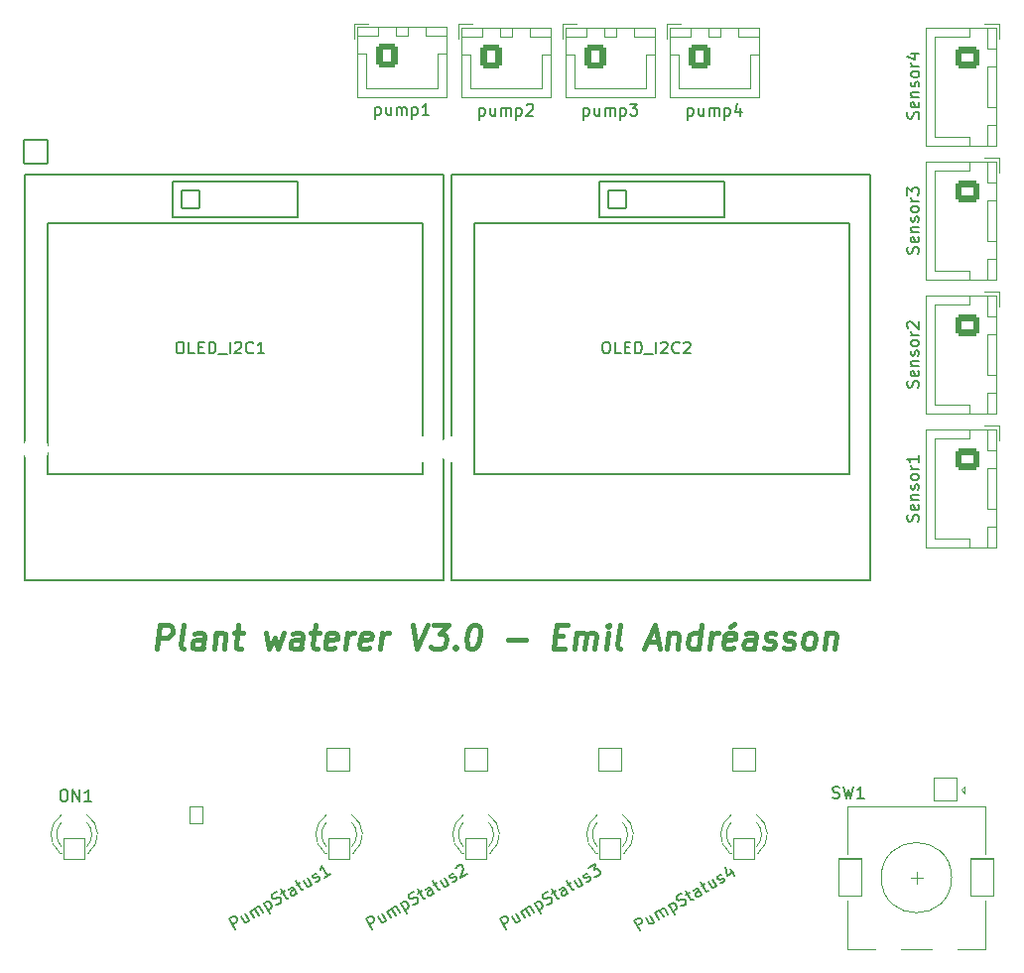
<source format=gto>
G04 #@! TF.GenerationSoftware,KiCad,Pcbnew,9.0.0*
G04 #@! TF.CreationDate,2025-06-15T15:42:29+02:00*
G04 #@! TF.ProjectId,plant_watner_V3.0,706c616e-745f-4776-9174-6e65725f5633,rev?*
G04 #@! TF.SameCoordinates,Original*
G04 #@! TF.FileFunction,Legend,Top*
G04 #@! TF.FilePolarity,Positive*
%FSLAX46Y46*%
G04 Gerber Fmt 4.6, Leading zero omitted, Abs format (unit mm)*
G04 Created by KiCad (PCBNEW 9.0.0) date 2025-06-15 15:42:29*
%MOMM*%
%LPD*%
G01*
G04 APERTURE LIST*
G04 Aperture macros list*
%AMRoundRect*
0 Rectangle with rounded corners*
0 $1 Rounding radius*
0 $2 $3 $4 $5 $6 $7 $8 $9 X,Y pos of 4 corners*
0 Add a 4 corners polygon primitive as box body*
4,1,4,$2,$3,$4,$5,$6,$7,$8,$9,$2,$3,0*
0 Add four circle primitives for the rounded corners*
1,1,$1+$1,$2,$3*
1,1,$1+$1,$4,$5*
1,1,$1+$1,$6,$7*
1,1,$1+$1,$8,$9*
0 Add four rect primitives between the rounded corners*
20,1,$1+$1,$2,$3,$4,$5,0*
20,1,$1+$1,$4,$5,$6,$7,0*
20,1,$1+$1,$6,$7,$8,$9,0*
20,1,$1+$1,$8,$9,$2,$3,0*%
%AMHorizOval*
0 Thick line with rounded ends*
0 $1 width*
0 $2 $3 position (X,Y) of the first rounded end (center of the circle)*
0 $4 $5 position (X,Y) of the second rounded end (center of the circle)*
0 Add line between two ends*
20,1,$1,$2,$3,$4,$5,0*
0 Add two circle primitives to create the rounded ends*
1,1,$1,$2,$3*
1,1,$1,$4,$5*%
G04 Aperture macros list end*
%ADD10C,0.400000*%
%ADD11C,0.150000*%
%ADD12C,0.120000*%
%ADD13RoundRect,0.051000X-0.762000X-0.762000X0.762000X-0.762000X0.762000X0.762000X-0.762000X0.762000X0*%
%ADD14C,1.626000*%
%ADD15RoundRect,0.051000X-1.000000X1.000000X-1.000000X-1.000000X1.000000X-1.000000X1.000000X1.000000X0*%
%ADD16C,2.102000*%
%ADD17RoundRect,0.051000X-1.000000X1.600000X-1.000000X-1.600000X1.000000X-1.600000X1.000000X1.600000X0*%
%ADD18C,6.502000*%
%ADD19RoundRect,0.265000X-0.636000X-0.786000X0.636000X-0.786000X0.636000X0.786000X-0.636000X0.786000X0*%
%ADD20O,1.802000X2.102000*%
%ADD21RoundRect,0.051000X0.900000X-0.900000X0.900000X0.900000X-0.900000X0.900000X-0.900000X-0.900000X0*%
%ADD22C,1.902000*%
%ADD23RoundRect,0.265000X-0.761000X0.636000X-0.761000X-0.636000X0.761000X-0.636000X0.761000X0.636000X0*%
%ADD24O,2.052000X1.802000*%
%ADD25C,1.702000*%
%ADD26HorizOval,1.702000X0.000000X0.000000X0.000000X0.000000X0*%
%ADD27RoundRect,0.051000X0.525000X0.750000X-0.525000X0.750000X-0.525000X-0.750000X0.525000X-0.750000X0*%
%ADD28O,1.152000X1.602000*%
%ADD29RoundRect,0.051000X0.952500X1.000000X-0.952500X1.000000X-0.952500X-1.000000X0.952500X-1.000000X0*%
%ADD30O,2.007000X2.102000*%
%ADD31RoundRect,0.102000X-1.000000X1.000000X-1.000000X-1.000000X1.000000X-1.000000X1.000000X1.000000X0*%
%ADD32C,2.204000*%
G04 APERTURE END LIST*
D10*
X110455442Y-106481438D02*
X110705442Y-104481438D01*
X110705442Y-104481438D02*
X111467347Y-104481438D01*
X111467347Y-104481438D02*
X111645918Y-104576676D01*
X111645918Y-104576676D02*
X111729252Y-104671914D01*
X111729252Y-104671914D02*
X111800680Y-104862390D01*
X111800680Y-104862390D02*
X111764966Y-105148104D01*
X111764966Y-105148104D02*
X111645918Y-105338580D01*
X111645918Y-105338580D02*
X111538776Y-105433819D01*
X111538776Y-105433819D02*
X111336395Y-105529057D01*
X111336395Y-105529057D02*
X110574490Y-105529057D01*
X112741157Y-106481438D02*
X112562585Y-106386200D01*
X112562585Y-106386200D02*
X112491157Y-106195723D01*
X112491157Y-106195723D02*
X112705442Y-104481438D01*
X114360204Y-106481438D02*
X114491156Y-105433819D01*
X114491156Y-105433819D02*
X114419728Y-105243342D01*
X114419728Y-105243342D02*
X114241156Y-105148104D01*
X114241156Y-105148104D02*
X113860204Y-105148104D01*
X113860204Y-105148104D02*
X113657823Y-105243342D01*
X114372109Y-106386200D02*
X114169728Y-106481438D01*
X114169728Y-106481438D02*
X113693537Y-106481438D01*
X113693537Y-106481438D02*
X113514966Y-106386200D01*
X113514966Y-106386200D02*
X113443537Y-106195723D01*
X113443537Y-106195723D02*
X113467347Y-106005247D01*
X113467347Y-106005247D02*
X113586395Y-105814771D01*
X113586395Y-105814771D02*
X113788776Y-105719533D01*
X113788776Y-105719533D02*
X114264966Y-105719533D01*
X114264966Y-105719533D02*
X114467347Y-105624295D01*
X115479252Y-105148104D02*
X115312585Y-106481438D01*
X115455442Y-105338580D02*
X115562585Y-105243342D01*
X115562585Y-105243342D02*
X115764966Y-105148104D01*
X115764966Y-105148104D02*
X116050680Y-105148104D01*
X116050680Y-105148104D02*
X116229252Y-105243342D01*
X116229252Y-105243342D02*
X116300680Y-105433819D01*
X116300680Y-105433819D02*
X116169728Y-106481438D01*
X117003062Y-105148104D02*
X117764966Y-105148104D01*
X117372109Y-104481438D02*
X117157824Y-106195723D01*
X117157824Y-106195723D02*
X117229252Y-106386200D01*
X117229252Y-106386200D02*
X117407824Y-106481438D01*
X117407824Y-106481438D02*
X117598300Y-106481438D01*
X119764967Y-105148104D02*
X119979252Y-106481438D01*
X119979252Y-106481438D02*
X120479252Y-105529057D01*
X120479252Y-105529057D02*
X120741157Y-106481438D01*
X120741157Y-106481438D02*
X121288776Y-105148104D01*
X122741157Y-106481438D02*
X122872109Y-105433819D01*
X122872109Y-105433819D02*
X122800681Y-105243342D01*
X122800681Y-105243342D02*
X122622109Y-105148104D01*
X122622109Y-105148104D02*
X122241157Y-105148104D01*
X122241157Y-105148104D02*
X122038776Y-105243342D01*
X122753062Y-106386200D02*
X122550681Y-106481438D01*
X122550681Y-106481438D02*
X122074490Y-106481438D01*
X122074490Y-106481438D02*
X121895919Y-106386200D01*
X121895919Y-106386200D02*
X121824490Y-106195723D01*
X121824490Y-106195723D02*
X121848300Y-106005247D01*
X121848300Y-106005247D02*
X121967348Y-105814771D01*
X121967348Y-105814771D02*
X122169729Y-105719533D01*
X122169729Y-105719533D02*
X122645919Y-105719533D01*
X122645919Y-105719533D02*
X122848300Y-105624295D01*
X123574491Y-105148104D02*
X124336395Y-105148104D01*
X123943538Y-104481438D02*
X123729253Y-106195723D01*
X123729253Y-106195723D02*
X123800681Y-106386200D01*
X123800681Y-106386200D02*
X123979253Y-106481438D01*
X123979253Y-106481438D02*
X124169729Y-106481438D01*
X125610205Y-106386200D02*
X125407824Y-106481438D01*
X125407824Y-106481438D02*
X125026871Y-106481438D01*
X125026871Y-106481438D02*
X124848300Y-106386200D01*
X124848300Y-106386200D02*
X124776871Y-106195723D01*
X124776871Y-106195723D02*
X124872110Y-105433819D01*
X124872110Y-105433819D02*
X124991157Y-105243342D01*
X124991157Y-105243342D02*
X125193538Y-105148104D01*
X125193538Y-105148104D02*
X125574490Y-105148104D01*
X125574490Y-105148104D02*
X125753062Y-105243342D01*
X125753062Y-105243342D02*
X125824490Y-105433819D01*
X125824490Y-105433819D02*
X125800681Y-105624295D01*
X125800681Y-105624295D02*
X124824490Y-105814771D01*
X126550681Y-106481438D02*
X126717348Y-105148104D01*
X126669729Y-105529057D02*
X126788776Y-105338580D01*
X126788776Y-105338580D02*
X126895919Y-105243342D01*
X126895919Y-105243342D02*
X127098300Y-105148104D01*
X127098300Y-105148104D02*
X127288776Y-105148104D01*
X128562586Y-106386200D02*
X128360205Y-106481438D01*
X128360205Y-106481438D02*
X127979252Y-106481438D01*
X127979252Y-106481438D02*
X127800681Y-106386200D01*
X127800681Y-106386200D02*
X127729252Y-106195723D01*
X127729252Y-106195723D02*
X127824491Y-105433819D01*
X127824491Y-105433819D02*
X127943538Y-105243342D01*
X127943538Y-105243342D02*
X128145919Y-105148104D01*
X128145919Y-105148104D02*
X128526871Y-105148104D01*
X128526871Y-105148104D02*
X128705443Y-105243342D01*
X128705443Y-105243342D02*
X128776871Y-105433819D01*
X128776871Y-105433819D02*
X128753062Y-105624295D01*
X128753062Y-105624295D02*
X127776871Y-105814771D01*
X129503062Y-106481438D02*
X129669729Y-105148104D01*
X129622110Y-105529057D02*
X129741157Y-105338580D01*
X129741157Y-105338580D02*
X129848300Y-105243342D01*
X129848300Y-105243342D02*
X130050681Y-105148104D01*
X130050681Y-105148104D02*
X130241157Y-105148104D01*
X132229253Y-104481438D02*
X132645920Y-106481438D01*
X132645920Y-106481438D02*
X133562586Y-104481438D01*
X134038777Y-104481438D02*
X135276872Y-104481438D01*
X135276872Y-104481438D02*
X134514968Y-105243342D01*
X134514968Y-105243342D02*
X134800682Y-105243342D01*
X134800682Y-105243342D02*
X134979253Y-105338580D01*
X134979253Y-105338580D02*
X135062587Y-105433819D01*
X135062587Y-105433819D02*
X135134015Y-105624295D01*
X135134015Y-105624295D02*
X135074491Y-106100485D01*
X135074491Y-106100485D02*
X134955444Y-106290961D01*
X134955444Y-106290961D02*
X134848301Y-106386200D01*
X134848301Y-106386200D02*
X134645920Y-106481438D01*
X134645920Y-106481438D02*
X134074491Y-106481438D01*
X134074491Y-106481438D02*
X133895920Y-106386200D01*
X133895920Y-106386200D02*
X133812587Y-106290961D01*
X135907825Y-106290961D02*
X135991158Y-106386200D01*
X135991158Y-106386200D02*
X135884015Y-106481438D01*
X135884015Y-106481438D02*
X135800682Y-106386200D01*
X135800682Y-106386200D02*
X135907825Y-106290961D01*
X135907825Y-106290961D02*
X135884015Y-106481438D01*
X137467349Y-104481438D02*
X137657825Y-104481438D01*
X137657825Y-104481438D02*
X137836396Y-104576676D01*
X137836396Y-104576676D02*
X137919730Y-104671914D01*
X137919730Y-104671914D02*
X137991158Y-104862390D01*
X137991158Y-104862390D02*
X138038777Y-105243342D01*
X138038777Y-105243342D02*
X137979253Y-105719533D01*
X137979253Y-105719533D02*
X137836396Y-106100485D01*
X137836396Y-106100485D02*
X137717349Y-106290961D01*
X137717349Y-106290961D02*
X137610206Y-106386200D01*
X137610206Y-106386200D02*
X137407825Y-106481438D01*
X137407825Y-106481438D02*
X137217349Y-106481438D01*
X137217349Y-106481438D02*
X137038777Y-106386200D01*
X137038777Y-106386200D02*
X136955444Y-106290961D01*
X136955444Y-106290961D02*
X136884015Y-106100485D01*
X136884015Y-106100485D02*
X136836396Y-105719533D01*
X136836396Y-105719533D02*
X136895920Y-105243342D01*
X136895920Y-105243342D02*
X137038777Y-104862390D01*
X137038777Y-104862390D02*
X137157825Y-104671914D01*
X137157825Y-104671914D02*
X137264968Y-104576676D01*
X137264968Y-104576676D02*
X137467349Y-104481438D01*
X140360206Y-105719533D02*
X141884016Y-105719533D01*
X144395921Y-105433819D02*
X145062587Y-105433819D01*
X145217349Y-106481438D02*
X144264968Y-106481438D01*
X144264968Y-106481438D02*
X144514968Y-104481438D01*
X144514968Y-104481438D02*
X145467349Y-104481438D01*
X146074492Y-106481438D02*
X146241159Y-105148104D01*
X146217349Y-105338580D02*
X146324492Y-105243342D01*
X146324492Y-105243342D02*
X146526873Y-105148104D01*
X146526873Y-105148104D02*
X146812587Y-105148104D01*
X146812587Y-105148104D02*
X146991159Y-105243342D01*
X146991159Y-105243342D02*
X147062587Y-105433819D01*
X147062587Y-105433819D02*
X146931635Y-106481438D01*
X147062587Y-105433819D02*
X147181635Y-105243342D01*
X147181635Y-105243342D02*
X147384016Y-105148104D01*
X147384016Y-105148104D02*
X147669730Y-105148104D01*
X147669730Y-105148104D02*
X147848302Y-105243342D01*
X147848302Y-105243342D02*
X147919730Y-105433819D01*
X147919730Y-105433819D02*
X147788778Y-106481438D01*
X148741159Y-106481438D02*
X148907826Y-105148104D01*
X148991159Y-104481438D02*
X148884016Y-104576676D01*
X148884016Y-104576676D02*
X148967350Y-104671914D01*
X148967350Y-104671914D02*
X149074493Y-104576676D01*
X149074493Y-104576676D02*
X148991159Y-104481438D01*
X148991159Y-104481438D02*
X148967350Y-104671914D01*
X149979255Y-106481438D02*
X149800683Y-106386200D01*
X149800683Y-106386200D02*
X149729255Y-106195723D01*
X149729255Y-106195723D02*
X149943540Y-104481438D01*
X152241160Y-105910009D02*
X153193541Y-105910009D01*
X151979255Y-106481438D02*
X152895922Y-104481438D01*
X152895922Y-104481438D02*
X153312588Y-106481438D01*
X154145922Y-105148104D02*
X153979255Y-106481438D01*
X154122112Y-105338580D02*
X154229255Y-105243342D01*
X154229255Y-105243342D02*
X154431636Y-105148104D01*
X154431636Y-105148104D02*
X154717350Y-105148104D01*
X154717350Y-105148104D02*
X154895922Y-105243342D01*
X154895922Y-105243342D02*
X154967350Y-105433819D01*
X154967350Y-105433819D02*
X154836398Y-106481438D01*
X156645922Y-106481438D02*
X156895922Y-104481438D01*
X156657827Y-106386200D02*
X156455446Y-106481438D01*
X156455446Y-106481438D02*
X156074494Y-106481438D01*
X156074494Y-106481438D02*
X155895922Y-106386200D01*
X155895922Y-106386200D02*
X155812589Y-106290961D01*
X155812589Y-106290961D02*
X155741160Y-106100485D01*
X155741160Y-106100485D02*
X155812589Y-105529057D01*
X155812589Y-105529057D02*
X155931636Y-105338580D01*
X155931636Y-105338580D02*
X156038779Y-105243342D01*
X156038779Y-105243342D02*
X156241160Y-105148104D01*
X156241160Y-105148104D02*
X156622113Y-105148104D01*
X156622113Y-105148104D02*
X156800684Y-105243342D01*
X157598303Y-106481438D02*
X157764970Y-105148104D01*
X157717351Y-105529057D02*
X157836398Y-105338580D01*
X157836398Y-105338580D02*
X157943541Y-105243342D01*
X157943541Y-105243342D02*
X158145922Y-105148104D01*
X158145922Y-105148104D02*
X158336398Y-105148104D01*
X159610208Y-106386200D02*
X159407827Y-106481438D01*
X159407827Y-106481438D02*
X159026874Y-106481438D01*
X159026874Y-106481438D02*
X158848303Y-106386200D01*
X158848303Y-106386200D02*
X158776874Y-106195723D01*
X158776874Y-106195723D02*
X158872113Y-105433819D01*
X158872113Y-105433819D02*
X158991160Y-105243342D01*
X158991160Y-105243342D02*
X159193541Y-105148104D01*
X159193541Y-105148104D02*
X159574493Y-105148104D01*
X159574493Y-105148104D02*
X159753065Y-105243342D01*
X159753065Y-105243342D02*
X159824493Y-105433819D01*
X159824493Y-105433819D02*
X159800684Y-105624295D01*
X159800684Y-105624295D02*
X158824493Y-105814771D01*
X159669732Y-104386200D02*
X159348303Y-104671914D01*
X161407827Y-106481438D02*
X161538779Y-105433819D01*
X161538779Y-105433819D02*
X161467351Y-105243342D01*
X161467351Y-105243342D02*
X161288779Y-105148104D01*
X161288779Y-105148104D02*
X160907827Y-105148104D01*
X160907827Y-105148104D02*
X160705446Y-105243342D01*
X161419732Y-106386200D02*
X161217351Y-106481438D01*
X161217351Y-106481438D02*
X160741160Y-106481438D01*
X160741160Y-106481438D02*
X160562589Y-106386200D01*
X160562589Y-106386200D02*
X160491160Y-106195723D01*
X160491160Y-106195723D02*
X160514970Y-106005247D01*
X160514970Y-106005247D02*
X160634018Y-105814771D01*
X160634018Y-105814771D02*
X160836399Y-105719533D01*
X160836399Y-105719533D02*
X161312589Y-105719533D01*
X161312589Y-105719533D02*
X161514970Y-105624295D01*
X162276875Y-106386200D02*
X162455446Y-106481438D01*
X162455446Y-106481438D02*
X162836399Y-106481438D01*
X162836399Y-106481438D02*
X163038780Y-106386200D01*
X163038780Y-106386200D02*
X163157827Y-106195723D01*
X163157827Y-106195723D02*
X163169732Y-106100485D01*
X163169732Y-106100485D02*
X163098303Y-105910009D01*
X163098303Y-105910009D02*
X162919732Y-105814771D01*
X162919732Y-105814771D02*
X162634018Y-105814771D01*
X162634018Y-105814771D02*
X162455446Y-105719533D01*
X162455446Y-105719533D02*
X162384018Y-105529057D01*
X162384018Y-105529057D02*
X162395923Y-105433819D01*
X162395923Y-105433819D02*
X162514970Y-105243342D01*
X162514970Y-105243342D02*
X162717351Y-105148104D01*
X162717351Y-105148104D02*
X163003065Y-105148104D01*
X163003065Y-105148104D02*
X163181637Y-105243342D01*
X163895923Y-106386200D02*
X164074494Y-106481438D01*
X164074494Y-106481438D02*
X164455447Y-106481438D01*
X164455447Y-106481438D02*
X164657828Y-106386200D01*
X164657828Y-106386200D02*
X164776875Y-106195723D01*
X164776875Y-106195723D02*
X164788780Y-106100485D01*
X164788780Y-106100485D02*
X164717351Y-105910009D01*
X164717351Y-105910009D02*
X164538780Y-105814771D01*
X164538780Y-105814771D02*
X164253066Y-105814771D01*
X164253066Y-105814771D02*
X164074494Y-105719533D01*
X164074494Y-105719533D02*
X164003066Y-105529057D01*
X164003066Y-105529057D02*
X164014971Y-105433819D01*
X164014971Y-105433819D02*
X164134018Y-105243342D01*
X164134018Y-105243342D02*
X164336399Y-105148104D01*
X164336399Y-105148104D02*
X164622113Y-105148104D01*
X164622113Y-105148104D02*
X164800685Y-105243342D01*
X165884019Y-106481438D02*
X165705447Y-106386200D01*
X165705447Y-106386200D02*
X165622114Y-106290961D01*
X165622114Y-106290961D02*
X165550685Y-106100485D01*
X165550685Y-106100485D02*
X165622114Y-105529057D01*
X165622114Y-105529057D02*
X165741161Y-105338580D01*
X165741161Y-105338580D02*
X165848304Y-105243342D01*
X165848304Y-105243342D02*
X166050685Y-105148104D01*
X166050685Y-105148104D02*
X166336399Y-105148104D01*
X166336399Y-105148104D02*
X166514971Y-105243342D01*
X166514971Y-105243342D02*
X166598304Y-105338580D01*
X166598304Y-105338580D02*
X166669733Y-105529057D01*
X166669733Y-105529057D02*
X166598304Y-106100485D01*
X166598304Y-106100485D02*
X166479257Y-106290961D01*
X166479257Y-106290961D02*
X166372114Y-106386200D01*
X166372114Y-106386200D02*
X166169733Y-106481438D01*
X166169733Y-106481438D02*
X165884019Y-106481438D01*
X167574495Y-105148104D02*
X167407828Y-106481438D01*
X167550685Y-105338580D02*
X167657828Y-105243342D01*
X167657828Y-105243342D02*
X167860209Y-105148104D01*
X167860209Y-105148104D02*
X168145923Y-105148104D01*
X168145923Y-105148104D02*
X168324495Y-105243342D01*
X168324495Y-105243342D02*
X168395923Y-105433819D01*
X168395923Y-105433819D02*
X168264971Y-106481438D01*
D11*
X112317690Y-80297319D02*
X112508166Y-80297319D01*
X112508166Y-80297319D02*
X112603404Y-80344938D01*
X112603404Y-80344938D02*
X112698642Y-80440176D01*
X112698642Y-80440176D02*
X112746261Y-80630652D01*
X112746261Y-80630652D02*
X112746261Y-80963985D01*
X112746261Y-80963985D02*
X112698642Y-81154461D01*
X112698642Y-81154461D02*
X112603404Y-81249700D01*
X112603404Y-81249700D02*
X112508166Y-81297319D01*
X112508166Y-81297319D02*
X112317690Y-81297319D01*
X112317690Y-81297319D02*
X112222452Y-81249700D01*
X112222452Y-81249700D02*
X112127214Y-81154461D01*
X112127214Y-81154461D02*
X112079595Y-80963985D01*
X112079595Y-80963985D02*
X112079595Y-80630652D01*
X112079595Y-80630652D02*
X112127214Y-80440176D01*
X112127214Y-80440176D02*
X112222452Y-80344938D01*
X112222452Y-80344938D02*
X112317690Y-80297319D01*
X113651023Y-81297319D02*
X113174833Y-81297319D01*
X113174833Y-81297319D02*
X113174833Y-80297319D01*
X113984357Y-80773509D02*
X114317690Y-80773509D01*
X114460547Y-81297319D02*
X113984357Y-81297319D01*
X113984357Y-81297319D02*
X113984357Y-80297319D01*
X113984357Y-80297319D02*
X114460547Y-80297319D01*
X114889119Y-81297319D02*
X114889119Y-80297319D01*
X114889119Y-80297319D02*
X115127214Y-80297319D01*
X115127214Y-80297319D02*
X115270071Y-80344938D01*
X115270071Y-80344938D02*
X115365309Y-80440176D01*
X115365309Y-80440176D02*
X115412928Y-80535414D01*
X115412928Y-80535414D02*
X115460547Y-80725890D01*
X115460547Y-80725890D02*
X115460547Y-80868747D01*
X115460547Y-80868747D02*
X115412928Y-81059223D01*
X115412928Y-81059223D02*
X115365309Y-81154461D01*
X115365309Y-81154461D02*
X115270071Y-81249700D01*
X115270071Y-81249700D02*
X115127214Y-81297319D01*
X115127214Y-81297319D02*
X114889119Y-81297319D01*
X115651024Y-81392557D02*
X116412928Y-81392557D01*
X116651024Y-81297319D02*
X116651024Y-80297319D01*
X117079595Y-80392557D02*
X117127214Y-80344938D01*
X117127214Y-80344938D02*
X117222452Y-80297319D01*
X117222452Y-80297319D02*
X117460547Y-80297319D01*
X117460547Y-80297319D02*
X117555785Y-80344938D01*
X117555785Y-80344938D02*
X117603404Y-80392557D01*
X117603404Y-80392557D02*
X117651023Y-80487795D01*
X117651023Y-80487795D02*
X117651023Y-80583033D01*
X117651023Y-80583033D02*
X117603404Y-80725890D01*
X117603404Y-80725890D02*
X117031976Y-81297319D01*
X117031976Y-81297319D02*
X117651023Y-81297319D01*
X118651023Y-81202080D02*
X118603404Y-81249700D01*
X118603404Y-81249700D02*
X118460547Y-81297319D01*
X118460547Y-81297319D02*
X118365309Y-81297319D01*
X118365309Y-81297319D02*
X118222452Y-81249700D01*
X118222452Y-81249700D02*
X118127214Y-81154461D01*
X118127214Y-81154461D02*
X118079595Y-81059223D01*
X118079595Y-81059223D02*
X118031976Y-80868747D01*
X118031976Y-80868747D02*
X118031976Y-80725890D01*
X118031976Y-80725890D02*
X118079595Y-80535414D01*
X118079595Y-80535414D02*
X118127214Y-80440176D01*
X118127214Y-80440176D02*
X118222452Y-80344938D01*
X118222452Y-80344938D02*
X118365309Y-80297319D01*
X118365309Y-80297319D02*
X118460547Y-80297319D01*
X118460547Y-80297319D02*
X118603404Y-80344938D01*
X118603404Y-80344938D02*
X118651023Y-80392557D01*
X119603404Y-81297319D02*
X119031976Y-81297319D01*
X119317690Y-81297319D02*
X119317690Y-80297319D01*
X119317690Y-80297319D02*
X119222452Y-80440176D01*
X119222452Y-80440176D02*
X119127214Y-80535414D01*
X119127214Y-80535414D02*
X119031976Y-80583033D01*
X168084667Y-119219200D02*
X168227524Y-119266819D01*
X168227524Y-119266819D02*
X168465619Y-119266819D01*
X168465619Y-119266819D02*
X168560857Y-119219200D01*
X168560857Y-119219200D02*
X168608476Y-119171580D01*
X168608476Y-119171580D02*
X168656095Y-119076342D01*
X168656095Y-119076342D02*
X168656095Y-118981104D01*
X168656095Y-118981104D02*
X168608476Y-118885866D01*
X168608476Y-118885866D02*
X168560857Y-118838247D01*
X168560857Y-118838247D02*
X168465619Y-118790628D01*
X168465619Y-118790628D02*
X168275143Y-118743009D01*
X168275143Y-118743009D02*
X168179905Y-118695390D01*
X168179905Y-118695390D02*
X168132286Y-118647771D01*
X168132286Y-118647771D02*
X168084667Y-118552533D01*
X168084667Y-118552533D02*
X168084667Y-118457295D01*
X168084667Y-118457295D02*
X168132286Y-118362057D01*
X168132286Y-118362057D02*
X168179905Y-118314438D01*
X168179905Y-118314438D02*
X168275143Y-118266819D01*
X168275143Y-118266819D02*
X168513238Y-118266819D01*
X168513238Y-118266819D02*
X168656095Y-118314438D01*
X168989429Y-118266819D02*
X169227524Y-119266819D01*
X169227524Y-119266819D02*
X169418000Y-118552533D01*
X169418000Y-118552533D02*
X169608476Y-119266819D01*
X169608476Y-119266819D02*
X169846572Y-118266819D01*
X170751333Y-119266819D02*
X170179905Y-119266819D01*
X170465619Y-119266819D02*
X170465619Y-118266819D01*
X170465619Y-118266819D02*
X170370381Y-118409676D01*
X170370381Y-118409676D02*
X170275143Y-118504914D01*
X170275143Y-118504914D02*
X170179905Y-118552533D01*
X129076095Y-60279652D02*
X129076095Y-61279652D01*
X129076095Y-60327271D02*
X129171333Y-60279652D01*
X129171333Y-60279652D02*
X129361809Y-60279652D01*
X129361809Y-60279652D02*
X129457047Y-60327271D01*
X129457047Y-60327271D02*
X129504666Y-60374890D01*
X129504666Y-60374890D02*
X129552285Y-60470128D01*
X129552285Y-60470128D02*
X129552285Y-60755842D01*
X129552285Y-60755842D02*
X129504666Y-60851080D01*
X129504666Y-60851080D02*
X129457047Y-60898700D01*
X129457047Y-60898700D02*
X129361809Y-60946319D01*
X129361809Y-60946319D02*
X129171333Y-60946319D01*
X129171333Y-60946319D02*
X129076095Y-60898700D01*
X130409428Y-60279652D02*
X130409428Y-60946319D01*
X129980857Y-60279652D02*
X129980857Y-60803461D01*
X129980857Y-60803461D02*
X130028476Y-60898700D01*
X130028476Y-60898700D02*
X130123714Y-60946319D01*
X130123714Y-60946319D02*
X130266571Y-60946319D01*
X130266571Y-60946319D02*
X130361809Y-60898700D01*
X130361809Y-60898700D02*
X130409428Y-60851080D01*
X130885619Y-60946319D02*
X130885619Y-60279652D01*
X130885619Y-60374890D02*
X130933238Y-60327271D01*
X130933238Y-60327271D02*
X131028476Y-60279652D01*
X131028476Y-60279652D02*
X131171333Y-60279652D01*
X131171333Y-60279652D02*
X131266571Y-60327271D01*
X131266571Y-60327271D02*
X131314190Y-60422509D01*
X131314190Y-60422509D02*
X131314190Y-60946319D01*
X131314190Y-60422509D02*
X131361809Y-60327271D01*
X131361809Y-60327271D02*
X131457047Y-60279652D01*
X131457047Y-60279652D02*
X131599904Y-60279652D01*
X131599904Y-60279652D02*
X131695143Y-60327271D01*
X131695143Y-60327271D02*
X131742762Y-60422509D01*
X131742762Y-60422509D02*
X131742762Y-60946319D01*
X132218952Y-60279652D02*
X132218952Y-61279652D01*
X132218952Y-60327271D02*
X132314190Y-60279652D01*
X132314190Y-60279652D02*
X132504666Y-60279652D01*
X132504666Y-60279652D02*
X132599904Y-60327271D01*
X132599904Y-60327271D02*
X132647523Y-60374890D01*
X132647523Y-60374890D02*
X132695142Y-60470128D01*
X132695142Y-60470128D02*
X132695142Y-60755842D01*
X132695142Y-60755842D02*
X132647523Y-60851080D01*
X132647523Y-60851080D02*
X132599904Y-60898700D01*
X132599904Y-60898700D02*
X132504666Y-60946319D01*
X132504666Y-60946319D02*
X132314190Y-60946319D01*
X132314190Y-60946319D02*
X132218952Y-60898700D01*
X133647523Y-60946319D02*
X133076095Y-60946319D01*
X133361809Y-60946319D02*
X133361809Y-59946319D01*
X133361809Y-59946319D02*
X133266571Y-60089176D01*
X133266571Y-60089176D02*
X133171333Y-60184414D01*
X133171333Y-60184414D02*
X133076095Y-60232033D01*
X146856095Y-60335152D02*
X146856095Y-61335152D01*
X146856095Y-60382771D02*
X146951333Y-60335152D01*
X146951333Y-60335152D02*
X147141809Y-60335152D01*
X147141809Y-60335152D02*
X147237047Y-60382771D01*
X147237047Y-60382771D02*
X147284666Y-60430390D01*
X147284666Y-60430390D02*
X147332285Y-60525628D01*
X147332285Y-60525628D02*
X147332285Y-60811342D01*
X147332285Y-60811342D02*
X147284666Y-60906580D01*
X147284666Y-60906580D02*
X147237047Y-60954200D01*
X147237047Y-60954200D02*
X147141809Y-61001819D01*
X147141809Y-61001819D02*
X146951333Y-61001819D01*
X146951333Y-61001819D02*
X146856095Y-60954200D01*
X148189428Y-60335152D02*
X148189428Y-61001819D01*
X147760857Y-60335152D02*
X147760857Y-60858961D01*
X147760857Y-60858961D02*
X147808476Y-60954200D01*
X147808476Y-60954200D02*
X147903714Y-61001819D01*
X147903714Y-61001819D02*
X148046571Y-61001819D01*
X148046571Y-61001819D02*
X148141809Y-60954200D01*
X148141809Y-60954200D02*
X148189428Y-60906580D01*
X148665619Y-61001819D02*
X148665619Y-60335152D01*
X148665619Y-60430390D02*
X148713238Y-60382771D01*
X148713238Y-60382771D02*
X148808476Y-60335152D01*
X148808476Y-60335152D02*
X148951333Y-60335152D01*
X148951333Y-60335152D02*
X149046571Y-60382771D01*
X149046571Y-60382771D02*
X149094190Y-60478009D01*
X149094190Y-60478009D02*
X149094190Y-61001819D01*
X149094190Y-60478009D02*
X149141809Y-60382771D01*
X149141809Y-60382771D02*
X149237047Y-60335152D01*
X149237047Y-60335152D02*
X149379904Y-60335152D01*
X149379904Y-60335152D02*
X149475143Y-60382771D01*
X149475143Y-60382771D02*
X149522762Y-60478009D01*
X149522762Y-60478009D02*
X149522762Y-61001819D01*
X149998952Y-60335152D02*
X149998952Y-61335152D01*
X149998952Y-60382771D02*
X150094190Y-60335152D01*
X150094190Y-60335152D02*
X150284666Y-60335152D01*
X150284666Y-60335152D02*
X150379904Y-60382771D01*
X150379904Y-60382771D02*
X150427523Y-60430390D01*
X150427523Y-60430390D02*
X150475142Y-60525628D01*
X150475142Y-60525628D02*
X150475142Y-60811342D01*
X150475142Y-60811342D02*
X150427523Y-60906580D01*
X150427523Y-60906580D02*
X150379904Y-60954200D01*
X150379904Y-60954200D02*
X150284666Y-61001819D01*
X150284666Y-61001819D02*
X150094190Y-61001819D01*
X150094190Y-61001819D02*
X149998952Y-60954200D01*
X150808476Y-60001819D02*
X151427523Y-60001819D01*
X151427523Y-60001819D02*
X151094190Y-60382771D01*
X151094190Y-60382771D02*
X151237047Y-60382771D01*
X151237047Y-60382771D02*
X151332285Y-60430390D01*
X151332285Y-60430390D02*
X151379904Y-60478009D01*
X151379904Y-60478009D02*
X151427523Y-60573247D01*
X151427523Y-60573247D02*
X151427523Y-60811342D01*
X151427523Y-60811342D02*
X151379904Y-60906580D01*
X151379904Y-60906580D02*
X151332285Y-60954200D01*
X151332285Y-60954200D02*
X151237047Y-61001819D01*
X151237047Y-61001819D02*
X150951333Y-61001819D01*
X150951333Y-61001819D02*
X150856095Y-60954200D01*
X150856095Y-60954200D02*
X150808476Y-60906580D01*
X102409762Y-118520819D02*
X102600238Y-118520819D01*
X102600238Y-118520819D02*
X102695476Y-118568438D01*
X102695476Y-118568438D02*
X102790714Y-118663676D01*
X102790714Y-118663676D02*
X102838333Y-118854152D01*
X102838333Y-118854152D02*
X102838333Y-119187485D01*
X102838333Y-119187485D02*
X102790714Y-119377961D01*
X102790714Y-119377961D02*
X102695476Y-119473200D01*
X102695476Y-119473200D02*
X102600238Y-119520819D01*
X102600238Y-119520819D02*
X102409762Y-119520819D01*
X102409762Y-119520819D02*
X102314524Y-119473200D01*
X102314524Y-119473200D02*
X102219286Y-119377961D01*
X102219286Y-119377961D02*
X102171667Y-119187485D01*
X102171667Y-119187485D02*
X102171667Y-118854152D01*
X102171667Y-118854152D02*
X102219286Y-118663676D01*
X102219286Y-118663676D02*
X102314524Y-118568438D01*
X102314524Y-118568438D02*
X102409762Y-118520819D01*
X103266905Y-119520819D02*
X103266905Y-118520819D01*
X103266905Y-118520819D02*
X103838333Y-119520819D01*
X103838333Y-119520819D02*
X103838333Y-118520819D01*
X104838333Y-119520819D02*
X104266905Y-119520819D01*
X104552619Y-119520819D02*
X104552619Y-118520819D01*
X104552619Y-118520819D02*
X104457381Y-118663676D01*
X104457381Y-118663676D02*
X104362143Y-118758914D01*
X104362143Y-118758914D02*
X104266905Y-118806533D01*
X137966095Y-60335152D02*
X137966095Y-61335152D01*
X137966095Y-60382771D02*
X138061333Y-60335152D01*
X138061333Y-60335152D02*
X138251809Y-60335152D01*
X138251809Y-60335152D02*
X138347047Y-60382771D01*
X138347047Y-60382771D02*
X138394666Y-60430390D01*
X138394666Y-60430390D02*
X138442285Y-60525628D01*
X138442285Y-60525628D02*
X138442285Y-60811342D01*
X138442285Y-60811342D02*
X138394666Y-60906580D01*
X138394666Y-60906580D02*
X138347047Y-60954200D01*
X138347047Y-60954200D02*
X138251809Y-61001819D01*
X138251809Y-61001819D02*
X138061333Y-61001819D01*
X138061333Y-61001819D02*
X137966095Y-60954200D01*
X139299428Y-60335152D02*
X139299428Y-61001819D01*
X138870857Y-60335152D02*
X138870857Y-60858961D01*
X138870857Y-60858961D02*
X138918476Y-60954200D01*
X138918476Y-60954200D02*
X139013714Y-61001819D01*
X139013714Y-61001819D02*
X139156571Y-61001819D01*
X139156571Y-61001819D02*
X139251809Y-60954200D01*
X139251809Y-60954200D02*
X139299428Y-60906580D01*
X139775619Y-61001819D02*
X139775619Y-60335152D01*
X139775619Y-60430390D02*
X139823238Y-60382771D01*
X139823238Y-60382771D02*
X139918476Y-60335152D01*
X139918476Y-60335152D02*
X140061333Y-60335152D01*
X140061333Y-60335152D02*
X140156571Y-60382771D01*
X140156571Y-60382771D02*
X140204190Y-60478009D01*
X140204190Y-60478009D02*
X140204190Y-61001819D01*
X140204190Y-60478009D02*
X140251809Y-60382771D01*
X140251809Y-60382771D02*
X140347047Y-60335152D01*
X140347047Y-60335152D02*
X140489904Y-60335152D01*
X140489904Y-60335152D02*
X140585143Y-60382771D01*
X140585143Y-60382771D02*
X140632762Y-60478009D01*
X140632762Y-60478009D02*
X140632762Y-61001819D01*
X141108952Y-60335152D02*
X141108952Y-61335152D01*
X141108952Y-60382771D02*
X141204190Y-60335152D01*
X141204190Y-60335152D02*
X141394666Y-60335152D01*
X141394666Y-60335152D02*
X141489904Y-60382771D01*
X141489904Y-60382771D02*
X141537523Y-60430390D01*
X141537523Y-60430390D02*
X141585142Y-60525628D01*
X141585142Y-60525628D02*
X141585142Y-60811342D01*
X141585142Y-60811342D02*
X141537523Y-60906580D01*
X141537523Y-60906580D02*
X141489904Y-60954200D01*
X141489904Y-60954200D02*
X141394666Y-61001819D01*
X141394666Y-61001819D02*
X141204190Y-61001819D01*
X141204190Y-61001819D02*
X141108952Y-60954200D01*
X141966095Y-60097057D02*
X142013714Y-60049438D01*
X142013714Y-60049438D02*
X142108952Y-60001819D01*
X142108952Y-60001819D02*
X142347047Y-60001819D01*
X142347047Y-60001819D02*
X142442285Y-60049438D01*
X142442285Y-60049438D02*
X142489904Y-60097057D01*
X142489904Y-60097057D02*
X142537523Y-60192295D01*
X142537523Y-60192295D02*
X142537523Y-60287533D01*
X142537523Y-60287533D02*
X142489904Y-60430390D01*
X142489904Y-60430390D02*
X141918476Y-61001819D01*
X141918476Y-61001819D02*
X142537523Y-61001819D01*
X128773957Y-130429218D02*
X128273957Y-129563192D01*
X128273957Y-129563192D02*
X128603871Y-129372716D01*
X128603871Y-129372716D02*
X128710160Y-129366336D01*
X128710160Y-129366336D02*
X128775208Y-129383766D01*
X128775208Y-129383766D02*
X128864067Y-129442435D01*
X128864067Y-129442435D02*
X128935495Y-129566153D01*
X128935495Y-129566153D02*
X128941875Y-129672441D01*
X128941875Y-129672441D02*
X128924445Y-129737490D01*
X128924445Y-129737490D02*
X128865776Y-129826348D01*
X128865776Y-129826348D02*
X128535862Y-130016825D01*
X129677803Y-129137582D02*
X130011136Y-129714932D01*
X129306649Y-129351867D02*
X129568554Y-129805500D01*
X129568554Y-129805500D02*
X129657412Y-129864169D01*
X129657412Y-129864169D02*
X129763700Y-129857789D01*
X129763700Y-129857789D02*
X129887418Y-129786361D01*
X129887418Y-129786361D02*
X129946087Y-129697502D01*
X129946087Y-129697502D02*
X129963517Y-129632453D01*
X130423529Y-129476837D02*
X130090196Y-128899486D01*
X130137815Y-128981965D02*
X130155245Y-128916916D01*
X130155245Y-128916916D02*
X130213914Y-128828058D01*
X130213914Y-128828058D02*
X130337632Y-128756629D01*
X130337632Y-128756629D02*
X130443920Y-128750250D01*
X130443920Y-128750250D02*
X130532778Y-128808919D01*
X130532778Y-128808919D02*
X130794683Y-129262551D01*
X130532778Y-128808919D02*
X130526399Y-128702631D01*
X130526399Y-128702631D02*
X130585068Y-128613772D01*
X130585068Y-128613772D02*
X130708786Y-128542344D01*
X130708786Y-128542344D02*
X130815074Y-128535964D01*
X130815074Y-128535964D02*
X130903932Y-128594633D01*
X130903932Y-128594633D02*
X131165837Y-129048265D01*
X131244896Y-128232820D02*
X131744896Y-129098845D01*
X131268706Y-128274059D02*
X131327375Y-128185201D01*
X131327375Y-128185201D02*
X131492332Y-128089963D01*
X131492332Y-128089963D02*
X131598620Y-128083583D01*
X131598620Y-128083583D02*
X131663669Y-128101013D01*
X131663669Y-128101013D02*
X131752527Y-128159682D01*
X131752527Y-128159682D02*
X131895385Y-128407118D01*
X131895385Y-128407118D02*
X131901764Y-128513406D01*
X131901764Y-128513406D02*
X131884335Y-128578455D01*
X131884335Y-128578455D02*
X131825665Y-128667313D01*
X131825665Y-128667313D02*
X131660708Y-128762551D01*
X131660708Y-128762551D02*
X131554420Y-128768931D01*
X132296728Y-128340359D02*
X132444255Y-128310170D01*
X132444255Y-128310170D02*
X132650452Y-128191123D01*
X132650452Y-128191123D02*
X132709121Y-128102264D01*
X132709121Y-128102264D02*
X132726550Y-128037215D01*
X132726550Y-128037215D02*
X132720171Y-127930927D01*
X132720171Y-127930927D02*
X132672552Y-127848449D01*
X132672552Y-127848449D02*
X132583693Y-127789780D01*
X132583693Y-127789780D02*
X132518644Y-127772350D01*
X132518644Y-127772350D02*
X132412356Y-127778730D01*
X132412356Y-127778730D02*
X132223590Y-127832728D01*
X132223590Y-127832728D02*
X132117301Y-127839108D01*
X132117301Y-127839108D02*
X132052253Y-127821678D01*
X132052253Y-127821678D02*
X131963394Y-127763009D01*
X131963394Y-127763009D02*
X131915775Y-127680531D01*
X131915775Y-127680531D02*
X131909396Y-127574242D01*
X131909396Y-127574242D02*
X131926825Y-127509194D01*
X131926825Y-127509194D02*
X131985494Y-127420335D01*
X131985494Y-127420335D02*
X132191691Y-127301288D01*
X132191691Y-127301288D02*
X132339218Y-127271098D01*
X132729511Y-127375677D02*
X133059426Y-127185201D01*
X132686563Y-127015573D02*
X133115134Y-127757881D01*
X133115134Y-127757881D02*
X133203992Y-127816550D01*
X133203992Y-127816550D02*
X133310281Y-127810170D01*
X133310281Y-127810170D02*
X133392759Y-127762551D01*
X134052588Y-127381599D02*
X133790684Y-126927966D01*
X133790684Y-126927966D02*
X133701825Y-126869297D01*
X133701825Y-126869297D02*
X133595537Y-126875677D01*
X133595537Y-126875677D02*
X133430580Y-126970915D01*
X133430580Y-126970915D02*
X133371911Y-127059773D01*
X134028779Y-127340359D02*
X133970110Y-127429218D01*
X133970110Y-127429218D02*
X133763913Y-127548265D01*
X133763913Y-127548265D02*
X133657625Y-127554645D01*
X133657625Y-127554645D02*
X133568767Y-127495976D01*
X133568767Y-127495976D02*
X133521148Y-127413497D01*
X133521148Y-127413497D02*
X133514768Y-127307209D01*
X133514768Y-127307209D02*
X133573437Y-127218351D01*
X133573437Y-127218351D02*
X133779634Y-127099303D01*
X133779634Y-127099303D02*
X133838303Y-127010445D01*
X134007930Y-126637582D02*
X134337845Y-126447105D01*
X133964982Y-126277478D02*
X134393553Y-127019785D01*
X134393553Y-127019785D02*
X134482411Y-127078454D01*
X134482411Y-127078454D02*
X134588699Y-127072075D01*
X134588699Y-127072075D02*
X134671178Y-127024456D01*
X134997674Y-126066153D02*
X135331007Y-126643503D01*
X134626520Y-126280438D02*
X134888425Y-126734071D01*
X134888425Y-126734071D02*
X134977283Y-126792740D01*
X134977283Y-126792740D02*
X135083571Y-126786360D01*
X135083571Y-126786360D02*
X135207289Y-126714932D01*
X135207289Y-126714932D02*
X135265958Y-126626073D01*
X135265958Y-126626073D02*
X135283388Y-126561024D01*
X135678352Y-126387978D02*
X135784640Y-126381598D01*
X135784640Y-126381598D02*
X135949597Y-126286360D01*
X135949597Y-126286360D02*
X136008266Y-126197502D01*
X136008266Y-126197502D02*
X136001886Y-126091214D01*
X136001886Y-126091214D02*
X135978077Y-126049974D01*
X135978077Y-126049974D02*
X135889218Y-125991305D01*
X135889218Y-125991305D02*
X135782930Y-125997685D01*
X135782930Y-125997685D02*
X135659212Y-126069114D01*
X135659212Y-126069114D02*
X135552924Y-126075493D01*
X135552924Y-126075493D02*
X135464066Y-126016824D01*
X135464066Y-126016824D02*
X135440256Y-125975585D01*
X135440256Y-125975585D02*
X135433877Y-125869297D01*
X135433877Y-125869297D02*
X135492546Y-125780438D01*
X135492546Y-125780438D02*
X135616264Y-125709010D01*
X135616264Y-125709010D02*
X135722552Y-125702630D01*
X135950849Y-125240908D02*
X135968278Y-125175860D01*
X135968278Y-125175860D02*
X136026947Y-125087001D01*
X136026947Y-125087001D02*
X136233144Y-124967954D01*
X136233144Y-124967954D02*
X136339432Y-124961574D01*
X136339432Y-124961574D02*
X136404481Y-124979004D01*
X136404481Y-124979004D02*
X136493339Y-125037673D01*
X136493339Y-125037673D02*
X136540958Y-125120151D01*
X136540958Y-125120151D02*
X136571148Y-125267679D01*
X136571148Y-125267679D02*
X136361990Y-126048265D01*
X136361990Y-126048265D02*
X136898101Y-125738741D01*
X140203957Y-130429218D02*
X139703957Y-129563192D01*
X139703957Y-129563192D02*
X140033871Y-129372716D01*
X140033871Y-129372716D02*
X140140160Y-129366336D01*
X140140160Y-129366336D02*
X140205208Y-129383766D01*
X140205208Y-129383766D02*
X140294067Y-129442435D01*
X140294067Y-129442435D02*
X140365495Y-129566153D01*
X140365495Y-129566153D02*
X140371875Y-129672441D01*
X140371875Y-129672441D02*
X140354445Y-129737490D01*
X140354445Y-129737490D02*
X140295776Y-129826348D01*
X140295776Y-129826348D02*
X139965862Y-130016825D01*
X141107803Y-129137582D02*
X141441136Y-129714932D01*
X140736649Y-129351867D02*
X140998554Y-129805500D01*
X140998554Y-129805500D02*
X141087412Y-129864169D01*
X141087412Y-129864169D02*
X141193700Y-129857789D01*
X141193700Y-129857789D02*
X141317418Y-129786361D01*
X141317418Y-129786361D02*
X141376087Y-129697502D01*
X141376087Y-129697502D02*
X141393517Y-129632453D01*
X141853529Y-129476837D02*
X141520196Y-128899486D01*
X141567815Y-128981965D02*
X141585245Y-128916916D01*
X141585245Y-128916916D02*
X141643914Y-128828058D01*
X141643914Y-128828058D02*
X141767632Y-128756629D01*
X141767632Y-128756629D02*
X141873920Y-128750250D01*
X141873920Y-128750250D02*
X141962778Y-128808919D01*
X141962778Y-128808919D02*
X142224683Y-129262551D01*
X141962778Y-128808919D02*
X141956399Y-128702631D01*
X141956399Y-128702631D02*
X142015068Y-128613772D01*
X142015068Y-128613772D02*
X142138786Y-128542344D01*
X142138786Y-128542344D02*
X142245074Y-128535964D01*
X142245074Y-128535964D02*
X142333932Y-128594633D01*
X142333932Y-128594633D02*
X142595837Y-129048265D01*
X142674896Y-128232820D02*
X143174896Y-129098845D01*
X142698706Y-128274059D02*
X142757375Y-128185201D01*
X142757375Y-128185201D02*
X142922332Y-128089963D01*
X142922332Y-128089963D02*
X143028620Y-128083583D01*
X143028620Y-128083583D02*
X143093669Y-128101013D01*
X143093669Y-128101013D02*
X143182527Y-128159682D01*
X143182527Y-128159682D02*
X143325385Y-128407118D01*
X143325385Y-128407118D02*
X143331764Y-128513406D01*
X143331764Y-128513406D02*
X143314335Y-128578455D01*
X143314335Y-128578455D02*
X143255665Y-128667313D01*
X143255665Y-128667313D02*
X143090708Y-128762551D01*
X143090708Y-128762551D02*
X142984420Y-128768931D01*
X143726728Y-128340359D02*
X143874255Y-128310170D01*
X143874255Y-128310170D02*
X144080452Y-128191123D01*
X144080452Y-128191123D02*
X144139121Y-128102264D01*
X144139121Y-128102264D02*
X144156550Y-128037215D01*
X144156550Y-128037215D02*
X144150171Y-127930927D01*
X144150171Y-127930927D02*
X144102552Y-127848449D01*
X144102552Y-127848449D02*
X144013693Y-127789780D01*
X144013693Y-127789780D02*
X143948644Y-127772350D01*
X143948644Y-127772350D02*
X143842356Y-127778730D01*
X143842356Y-127778730D02*
X143653590Y-127832728D01*
X143653590Y-127832728D02*
X143547301Y-127839108D01*
X143547301Y-127839108D02*
X143482253Y-127821678D01*
X143482253Y-127821678D02*
X143393394Y-127763009D01*
X143393394Y-127763009D02*
X143345775Y-127680531D01*
X143345775Y-127680531D02*
X143339396Y-127574242D01*
X143339396Y-127574242D02*
X143356825Y-127509194D01*
X143356825Y-127509194D02*
X143415494Y-127420335D01*
X143415494Y-127420335D02*
X143621691Y-127301288D01*
X143621691Y-127301288D02*
X143769218Y-127271098D01*
X144159511Y-127375677D02*
X144489426Y-127185201D01*
X144116563Y-127015573D02*
X144545134Y-127757881D01*
X144545134Y-127757881D02*
X144633992Y-127816550D01*
X144633992Y-127816550D02*
X144740281Y-127810170D01*
X144740281Y-127810170D02*
X144822759Y-127762551D01*
X145482588Y-127381599D02*
X145220684Y-126927966D01*
X145220684Y-126927966D02*
X145131825Y-126869297D01*
X145131825Y-126869297D02*
X145025537Y-126875677D01*
X145025537Y-126875677D02*
X144860580Y-126970915D01*
X144860580Y-126970915D02*
X144801911Y-127059773D01*
X145458779Y-127340359D02*
X145400110Y-127429218D01*
X145400110Y-127429218D02*
X145193913Y-127548265D01*
X145193913Y-127548265D02*
X145087625Y-127554645D01*
X145087625Y-127554645D02*
X144998767Y-127495976D01*
X144998767Y-127495976D02*
X144951148Y-127413497D01*
X144951148Y-127413497D02*
X144944768Y-127307209D01*
X144944768Y-127307209D02*
X145003437Y-127218351D01*
X145003437Y-127218351D02*
X145209634Y-127099303D01*
X145209634Y-127099303D02*
X145268303Y-127010445D01*
X145437930Y-126637582D02*
X145767845Y-126447105D01*
X145394982Y-126277478D02*
X145823553Y-127019785D01*
X145823553Y-127019785D02*
X145912411Y-127078454D01*
X145912411Y-127078454D02*
X146018699Y-127072075D01*
X146018699Y-127072075D02*
X146101178Y-127024456D01*
X146427674Y-126066153D02*
X146761007Y-126643503D01*
X146056520Y-126280438D02*
X146318425Y-126734071D01*
X146318425Y-126734071D02*
X146407283Y-126792740D01*
X146407283Y-126792740D02*
X146513571Y-126786360D01*
X146513571Y-126786360D02*
X146637289Y-126714932D01*
X146637289Y-126714932D02*
X146695958Y-126626073D01*
X146695958Y-126626073D02*
X146713388Y-126561024D01*
X147108352Y-126387978D02*
X147214640Y-126381598D01*
X147214640Y-126381598D02*
X147379597Y-126286360D01*
X147379597Y-126286360D02*
X147438266Y-126197502D01*
X147438266Y-126197502D02*
X147431886Y-126091214D01*
X147431886Y-126091214D02*
X147408077Y-126049974D01*
X147408077Y-126049974D02*
X147319218Y-125991305D01*
X147319218Y-125991305D02*
X147212930Y-125997685D01*
X147212930Y-125997685D02*
X147089212Y-126069114D01*
X147089212Y-126069114D02*
X146982924Y-126075493D01*
X146982924Y-126075493D02*
X146894066Y-126016824D01*
X146894066Y-126016824D02*
X146870256Y-125975585D01*
X146870256Y-125975585D02*
X146863877Y-125869297D01*
X146863877Y-125869297D02*
X146922546Y-125780438D01*
X146922546Y-125780438D02*
X147046264Y-125709010D01*
X147046264Y-125709010D02*
X147152552Y-125702630D01*
X147291990Y-125182239D02*
X147828101Y-124872716D01*
X147828101Y-124872716D02*
X147729902Y-125369297D01*
X147729902Y-125369297D02*
X147853620Y-125297868D01*
X147853620Y-125297868D02*
X147959908Y-125291488D01*
X147959908Y-125291488D02*
X148024957Y-125308918D01*
X148024957Y-125308918D02*
X148113815Y-125367587D01*
X148113815Y-125367587D02*
X148232863Y-125573784D01*
X148232863Y-125573784D02*
X148239243Y-125680072D01*
X148239243Y-125680072D02*
X148221813Y-125745121D01*
X148221813Y-125745121D02*
X148163144Y-125833979D01*
X148163144Y-125833979D02*
X147915708Y-125976836D01*
X147915708Y-125976836D02*
X147809420Y-125983216D01*
X147809420Y-125983216D02*
X147744371Y-125965786D01*
X117089959Y-130429218D02*
X116589959Y-129563192D01*
X116589959Y-129563192D02*
X116919873Y-129372716D01*
X116919873Y-129372716D02*
X117026162Y-129366336D01*
X117026162Y-129366336D02*
X117091210Y-129383766D01*
X117091210Y-129383766D02*
X117180069Y-129442435D01*
X117180069Y-129442435D02*
X117251497Y-129566153D01*
X117251497Y-129566153D02*
X117257877Y-129672441D01*
X117257877Y-129672441D02*
X117240447Y-129737490D01*
X117240447Y-129737490D02*
X117181778Y-129826348D01*
X117181778Y-129826348D02*
X116851864Y-130016825D01*
X117993805Y-129137582D02*
X118327138Y-129714932D01*
X117622651Y-129351867D02*
X117884556Y-129805500D01*
X117884556Y-129805500D02*
X117973414Y-129864169D01*
X117973414Y-129864169D02*
X118079702Y-129857789D01*
X118079702Y-129857789D02*
X118203420Y-129786361D01*
X118203420Y-129786361D02*
X118262089Y-129697502D01*
X118262089Y-129697502D02*
X118279519Y-129632453D01*
X118739531Y-129476837D02*
X118406198Y-128899486D01*
X118453817Y-128981965D02*
X118471247Y-128916916D01*
X118471247Y-128916916D02*
X118529916Y-128828058D01*
X118529916Y-128828058D02*
X118653634Y-128756629D01*
X118653634Y-128756629D02*
X118759922Y-128750250D01*
X118759922Y-128750250D02*
X118848780Y-128808919D01*
X118848780Y-128808919D02*
X119110685Y-129262551D01*
X118848780Y-128808919D02*
X118842401Y-128702631D01*
X118842401Y-128702631D02*
X118901070Y-128613772D01*
X118901070Y-128613772D02*
X119024788Y-128542344D01*
X119024788Y-128542344D02*
X119131076Y-128535964D01*
X119131076Y-128535964D02*
X119219934Y-128594633D01*
X119219934Y-128594633D02*
X119481839Y-129048265D01*
X119560898Y-128232820D02*
X120060898Y-129098845D01*
X119584708Y-128274059D02*
X119643377Y-128185201D01*
X119643377Y-128185201D02*
X119808334Y-128089963D01*
X119808334Y-128089963D02*
X119914622Y-128083583D01*
X119914622Y-128083583D02*
X119979671Y-128101013D01*
X119979671Y-128101013D02*
X120068529Y-128159682D01*
X120068529Y-128159682D02*
X120211387Y-128407118D01*
X120211387Y-128407118D02*
X120217766Y-128513406D01*
X120217766Y-128513406D02*
X120200337Y-128578455D01*
X120200337Y-128578455D02*
X120141667Y-128667313D01*
X120141667Y-128667313D02*
X119976710Y-128762551D01*
X119976710Y-128762551D02*
X119870422Y-128768931D01*
X120612730Y-128340359D02*
X120760257Y-128310170D01*
X120760257Y-128310170D02*
X120966454Y-128191123D01*
X120966454Y-128191123D02*
X121025123Y-128102264D01*
X121025123Y-128102264D02*
X121042552Y-128037215D01*
X121042552Y-128037215D02*
X121036173Y-127930927D01*
X121036173Y-127930927D02*
X120988554Y-127848449D01*
X120988554Y-127848449D02*
X120899695Y-127789780D01*
X120899695Y-127789780D02*
X120834646Y-127772350D01*
X120834646Y-127772350D02*
X120728358Y-127778730D01*
X120728358Y-127778730D02*
X120539592Y-127832728D01*
X120539592Y-127832728D02*
X120433303Y-127839108D01*
X120433303Y-127839108D02*
X120368255Y-127821678D01*
X120368255Y-127821678D02*
X120279396Y-127763009D01*
X120279396Y-127763009D02*
X120231777Y-127680531D01*
X120231777Y-127680531D02*
X120225398Y-127574242D01*
X120225398Y-127574242D02*
X120242827Y-127509194D01*
X120242827Y-127509194D02*
X120301496Y-127420335D01*
X120301496Y-127420335D02*
X120507693Y-127301288D01*
X120507693Y-127301288D02*
X120655220Y-127271098D01*
X121045513Y-127375677D02*
X121375428Y-127185201D01*
X121002565Y-127015573D02*
X121431136Y-127757881D01*
X121431136Y-127757881D02*
X121519994Y-127816550D01*
X121519994Y-127816550D02*
X121626283Y-127810170D01*
X121626283Y-127810170D02*
X121708761Y-127762551D01*
X122368590Y-127381599D02*
X122106686Y-126927966D01*
X122106686Y-126927966D02*
X122017827Y-126869297D01*
X122017827Y-126869297D02*
X121911539Y-126875677D01*
X121911539Y-126875677D02*
X121746582Y-126970915D01*
X121746582Y-126970915D02*
X121687913Y-127059773D01*
X122344781Y-127340359D02*
X122286112Y-127429218D01*
X122286112Y-127429218D02*
X122079915Y-127548265D01*
X122079915Y-127548265D02*
X121973627Y-127554645D01*
X121973627Y-127554645D02*
X121884769Y-127495976D01*
X121884769Y-127495976D02*
X121837150Y-127413497D01*
X121837150Y-127413497D02*
X121830770Y-127307209D01*
X121830770Y-127307209D02*
X121889439Y-127218351D01*
X121889439Y-127218351D02*
X122095636Y-127099303D01*
X122095636Y-127099303D02*
X122154305Y-127010445D01*
X122323932Y-126637582D02*
X122653847Y-126447105D01*
X122280984Y-126277478D02*
X122709555Y-127019785D01*
X122709555Y-127019785D02*
X122798413Y-127078454D01*
X122798413Y-127078454D02*
X122904701Y-127072075D01*
X122904701Y-127072075D02*
X122987180Y-127024456D01*
X123313676Y-126066153D02*
X123647009Y-126643503D01*
X122942522Y-126280438D02*
X123204427Y-126734071D01*
X123204427Y-126734071D02*
X123293285Y-126792740D01*
X123293285Y-126792740D02*
X123399573Y-126786360D01*
X123399573Y-126786360D02*
X123523291Y-126714932D01*
X123523291Y-126714932D02*
X123581960Y-126626073D01*
X123581960Y-126626073D02*
X123599390Y-126561024D01*
X123994354Y-126387978D02*
X124100642Y-126381598D01*
X124100642Y-126381598D02*
X124265599Y-126286360D01*
X124265599Y-126286360D02*
X124324268Y-126197502D01*
X124324268Y-126197502D02*
X124317888Y-126091214D01*
X124317888Y-126091214D02*
X124294079Y-126049974D01*
X124294079Y-126049974D02*
X124205220Y-125991305D01*
X124205220Y-125991305D02*
X124098932Y-125997685D01*
X124098932Y-125997685D02*
X123975214Y-126069114D01*
X123975214Y-126069114D02*
X123868926Y-126075493D01*
X123868926Y-126075493D02*
X123780068Y-126016824D01*
X123780068Y-126016824D02*
X123756258Y-125975585D01*
X123756258Y-125975585D02*
X123749879Y-125869297D01*
X123749879Y-125869297D02*
X123808548Y-125780438D01*
X123808548Y-125780438D02*
X123932266Y-125709010D01*
X123932266Y-125709010D02*
X124038554Y-125702630D01*
X125214103Y-125738741D02*
X124719231Y-126024455D01*
X124966667Y-125881598D02*
X124466667Y-125015573D01*
X124466667Y-125015573D02*
X124455617Y-125186910D01*
X124455617Y-125186910D02*
X124420758Y-125317007D01*
X124420758Y-125317007D02*
X124362089Y-125405866D01*
X175385200Y-84196523D02*
X175432819Y-84053666D01*
X175432819Y-84053666D02*
X175432819Y-83815571D01*
X175432819Y-83815571D02*
X175385200Y-83720333D01*
X175385200Y-83720333D02*
X175337580Y-83672714D01*
X175337580Y-83672714D02*
X175242342Y-83625095D01*
X175242342Y-83625095D02*
X175147104Y-83625095D01*
X175147104Y-83625095D02*
X175051866Y-83672714D01*
X175051866Y-83672714D02*
X175004247Y-83720333D01*
X175004247Y-83720333D02*
X174956628Y-83815571D01*
X174956628Y-83815571D02*
X174909009Y-84006047D01*
X174909009Y-84006047D02*
X174861390Y-84101285D01*
X174861390Y-84101285D02*
X174813771Y-84148904D01*
X174813771Y-84148904D02*
X174718533Y-84196523D01*
X174718533Y-84196523D02*
X174623295Y-84196523D01*
X174623295Y-84196523D02*
X174528057Y-84148904D01*
X174528057Y-84148904D02*
X174480438Y-84101285D01*
X174480438Y-84101285D02*
X174432819Y-84006047D01*
X174432819Y-84006047D02*
X174432819Y-83767952D01*
X174432819Y-83767952D02*
X174480438Y-83625095D01*
X175385200Y-82815571D02*
X175432819Y-82910809D01*
X175432819Y-82910809D02*
X175432819Y-83101285D01*
X175432819Y-83101285D02*
X175385200Y-83196523D01*
X175385200Y-83196523D02*
X175289961Y-83244142D01*
X175289961Y-83244142D02*
X174909009Y-83244142D01*
X174909009Y-83244142D02*
X174813771Y-83196523D01*
X174813771Y-83196523D02*
X174766152Y-83101285D01*
X174766152Y-83101285D02*
X174766152Y-82910809D01*
X174766152Y-82910809D02*
X174813771Y-82815571D01*
X174813771Y-82815571D02*
X174909009Y-82767952D01*
X174909009Y-82767952D02*
X175004247Y-82767952D01*
X175004247Y-82767952D02*
X175099485Y-83244142D01*
X174766152Y-82339380D02*
X175432819Y-82339380D01*
X174861390Y-82339380D02*
X174813771Y-82291761D01*
X174813771Y-82291761D02*
X174766152Y-82196523D01*
X174766152Y-82196523D02*
X174766152Y-82053666D01*
X174766152Y-82053666D02*
X174813771Y-81958428D01*
X174813771Y-81958428D02*
X174909009Y-81910809D01*
X174909009Y-81910809D02*
X175432819Y-81910809D01*
X175385200Y-81482237D02*
X175432819Y-81386999D01*
X175432819Y-81386999D02*
X175432819Y-81196523D01*
X175432819Y-81196523D02*
X175385200Y-81101285D01*
X175385200Y-81101285D02*
X175289961Y-81053666D01*
X175289961Y-81053666D02*
X175242342Y-81053666D01*
X175242342Y-81053666D02*
X175147104Y-81101285D01*
X175147104Y-81101285D02*
X175099485Y-81196523D01*
X175099485Y-81196523D02*
X175099485Y-81339380D01*
X175099485Y-81339380D02*
X175051866Y-81434618D01*
X175051866Y-81434618D02*
X174956628Y-81482237D01*
X174956628Y-81482237D02*
X174909009Y-81482237D01*
X174909009Y-81482237D02*
X174813771Y-81434618D01*
X174813771Y-81434618D02*
X174766152Y-81339380D01*
X174766152Y-81339380D02*
X174766152Y-81196523D01*
X174766152Y-81196523D02*
X174813771Y-81101285D01*
X175432819Y-80482237D02*
X175385200Y-80577475D01*
X175385200Y-80577475D02*
X175337580Y-80625094D01*
X175337580Y-80625094D02*
X175242342Y-80672713D01*
X175242342Y-80672713D02*
X174956628Y-80672713D01*
X174956628Y-80672713D02*
X174861390Y-80625094D01*
X174861390Y-80625094D02*
X174813771Y-80577475D01*
X174813771Y-80577475D02*
X174766152Y-80482237D01*
X174766152Y-80482237D02*
X174766152Y-80339380D01*
X174766152Y-80339380D02*
X174813771Y-80244142D01*
X174813771Y-80244142D02*
X174861390Y-80196523D01*
X174861390Y-80196523D02*
X174956628Y-80148904D01*
X174956628Y-80148904D02*
X175242342Y-80148904D01*
X175242342Y-80148904D02*
X175337580Y-80196523D01*
X175337580Y-80196523D02*
X175385200Y-80244142D01*
X175385200Y-80244142D02*
X175432819Y-80339380D01*
X175432819Y-80339380D02*
X175432819Y-80482237D01*
X175432819Y-79720332D02*
X174766152Y-79720332D01*
X174956628Y-79720332D02*
X174861390Y-79672713D01*
X174861390Y-79672713D02*
X174813771Y-79625094D01*
X174813771Y-79625094D02*
X174766152Y-79529856D01*
X174766152Y-79529856D02*
X174766152Y-79434618D01*
X174528057Y-79148903D02*
X174480438Y-79101284D01*
X174480438Y-79101284D02*
X174432819Y-79006046D01*
X174432819Y-79006046D02*
X174432819Y-78767951D01*
X174432819Y-78767951D02*
X174480438Y-78672713D01*
X174480438Y-78672713D02*
X174528057Y-78625094D01*
X174528057Y-78625094D02*
X174623295Y-78577475D01*
X174623295Y-78577475D02*
X174718533Y-78577475D01*
X174718533Y-78577475D02*
X174861390Y-78625094D01*
X174861390Y-78625094D02*
X175432819Y-79196522D01*
X175432819Y-79196522D02*
X175432819Y-78577475D01*
X175413200Y-61249522D02*
X175460819Y-61106665D01*
X175460819Y-61106665D02*
X175460819Y-60868570D01*
X175460819Y-60868570D02*
X175413200Y-60773332D01*
X175413200Y-60773332D02*
X175365580Y-60725713D01*
X175365580Y-60725713D02*
X175270342Y-60678094D01*
X175270342Y-60678094D02*
X175175104Y-60678094D01*
X175175104Y-60678094D02*
X175079866Y-60725713D01*
X175079866Y-60725713D02*
X175032247Y-60773332D01*
X175032247Y-60773332D02*
X174984628Y-60868570D01*
X174984628Y-60868570D02*
X174937009Y-61059046D01*
X174937009Y-61059046D02*
X174889390Y-61154284D01*
X174889390Y-61154284D02*
X174841771Y-61201903D01*
X174841771Y-61201903D02*
X174746533Y-61249522D01*
X174746533Y-61249522D02*
X174651295Y-61249522D01*
X174651295Y-61249522D02*
X174556057Y-61201903D01*
X174556057Y-61201903D02*
X174508438Y-61154284D01*
X174508438Y-61154284D02*
X174460819Y-61059046D01*
X174460819Y-61059046D02*
X174460819Y-60820951D01*
X174460819Y-60820951D02*
X174508438Y-60678094D01*
X175413200Y-59868570D02*
X175460819Y-59963808D01*
X175460819Y-59963808D02*
X175460819Y-60154284D01*
X175460819Y-60154284D02*
X175413200Y-60249522D01*
X175413200Y-60249522D02*
X175317961Y-60297141D01*
X175317961Y-60297141D02*
X174937009Y-60297141D01*
X174937009Y-60297141D02*
X174841771Y-60249522D01*
X174841771Y-60249522D02*
X174794152Y-60154284D01*
X174794152Y-60154284D02*
X174794152Y-59963808D01*
X174794152Y-59963808D02*
X174841771Y-59868570D01*
X174841771Y-59868570D02*
X174937009Y-59820951D01*
X174937009Y-59820951D02*
X175032247Y-59820951D01*
X175032247Y-59820951D02*
X175127485Y-60297141D01*
X174794152Y-59392379D02*
X175460819Y-59392379D01*
X174889390Y-59392379D02*
X174841771Y-59344760D01*
X174841771Y-59344760D02*
X174794152Y-59249522D01*
X174794152Y-59249522D02*
X174794152Y-59106665D01*
X174794152Y-59106665D02*
X174841771Y-59011427D01*
X174841771Y-59011427D02*
X174937009Y-58963808D01*
X174937009Y-58963808D02*
X175460819Y-58963808D01*
X175413200Y-58535236D02*
X175460819Y-58439998D01*
X175460819Y-58439998D02*
X175460819Y-58249522D01*
X175460819Y-58249522D02*
X175413200Y-58154284D01*
X175413200Y-58154284D02*
X175317961Y-58106665D01*
X175317961Y-58106665D02*
X175270342Y-58106665D01*
X175270342Y-58106665D02*
X175175104Y-58154284D01*
X175175104Y-58154284D02*
X175127485Y-58249522D01*
X175127485Y-58249522D02*
X175127485Y-58392379D01*
X175127485Y-58392379D02*
X175079866Y-58487617D01*
X175079866Y-58487617D02*
X174984628Y-58535236D01*
X174984628Y-58535236D02*
X174937009Y-58535236D01*
X174937009Y-58535236D02*
X174841771Y-58487617D01*
X174841771Y-58487617D02*
X174794152Y-58392379D01*
X174794152Y-58392379D02*
X174794152Y-58249522D01*
X174794152Y-58249522D02*
X174841771Y-58154284D01*
X175460819Y-57535236D02*
X175413200Y-57630474D01*
X175413200Y-57630474D02*
X175365580Y-57678093D01*
X175365580Y-57678093D02*
X175270342Y-57725712D01*
X175270342Y-57725712D02*
X174984628Y-57725712D01*
X174984628Y-57725712D02*
X174889390Y-57678093D01*
X174889390Y-57678093D02*
X174841771Y-57630474D01*
X174841771Y-57630474D02*
X174794152Y-57535236D01*
X174794152Y-57535236D02*
X174794152Y-57392379D01*
X174794152Y-57392379D02*
X174841771Y-57297141D01*
X174841771Y-57297141D02*
X174889390Y-57249522D01*
X174889390Y-57249522D02*
X174984628Y-57201903D01*
X174984628Y-57201903D02*
X175270342Y-57201903D01*
X175270342Y-57201903D02*
X175365580Y-57249522D01*
X175365580Y-57249522D02*
X175413200Y-57297141D01*
X175413200Y-57297141D02*
X175460819Y-57392379D01*
X175460819Y-57392379D02*
X175460819Y-57535236D01*
X175460819Y-56773331D02*
X174794152Y-56773331D01*
X174984628Y-56773331D02*
X174889390Y-56725712D01*
X174889390Y-56725712D02*
X174841771Y-56678093D01*
X174841771Y-56678093D02*
X174794152Y-56582855D01*
X174794152Y-56582855D02*
X174794152Y-56487617D01*
X174794152Y-55725712D02*
X175460819Y-55725712D01*
X174413200Y-55963807D02*
X175127485Y-56201902D01*
X175127485Y-56201902D02*
X175127485Y-55582855D01*
X151633957Y-130556218D02*
X151133957Y-129690192D01*
X151133957Y-129690192D02*
X151463871Y-129499716D01*
X151463871Y-129499716D02*
X151570160Y-129493336D01*
X151570160Y-129493336D02*
X151635208Y-129510766D01*
X151635208Y-129510766D02*
X151724067Y-129569435D01*
X151724067Y-129569435D02*
X151795495Y-129693153D01*
X151795495Y-129693153D02*
X151801875Y-129799441D01*
X151801875Y-129799441D02*
X151784445Y-129864490D01*
X151784445Y-129864490D02*
X151725776Y-129953348D01*
X151725776Y-129953348D02*
X151395862Y-130143825D01*
X152537803Y-129264582D02*
X152871136Y-129841932D01*
X152166649Y-129478867D02*
X152428554Y-129932500D01*
X152428554Y-129932500D02*
X152517412Y-129991169D01*
X152517412Y-129991169D02*
X152623700Y-129984789D01*
X152623700Y-129984789D02*
X152747418Y-129913361D01*
X152747418Y-129913361D02*
X152806087Y-129824502D01*
X152806087Y-129824502D02*
X152823517Y-129759453D01*
X153283529Y-129603837D02*
X152950196Y-129026486D01*
X152997815Y-129108965D02*
X153015245Y-129043916D01*
X153015245Y-129043916D02*
X153073914Y-128955058D01*
X153073914Y-128955058D02*
X153197632Y-128883629D01*
X153197632Y-128883629D02*
X153303920Y-128877250D01*
X153303920Y-128877250D02*
X153392778Y-128935919D01*
X153392778Y-128935919D02*
X153654683Y-129389551D01*
X153392778Y-128935919D02*
X153386399Y-128829631D01*
X153386399Y-128829631D02*
X153445068Y-128740772D01*
X153445068Y-128740772D02*
X153568786Y-128669344D01*
X153568786Y-128669344D02*
X153675074Y-128662964D01*
X153675074Y-128662964D02*
X153763932Y-128721633D01*
X153763932Y-128721633D02*
X154025837Y-129175265D01*
X154104896Y-128359820D02*
X154604896Y-129225845D01*
X154128706Y-128401059D02*
X154187375Y-128312201D01*
X154187375Y-128312201D02*
X154352332Y-128216963D01*
X154352332Y-128216963D02*
X154458620Y-128210583D01*
X154458620Y-128210583D02*
X154523669Y-128228013D01*
X154523669Y-128228013D02*
X154612527Y-128286682D01*
X154612527Y-128286682D02*
X154755385Y-128534118D01*
X154755385Y-128534118D02*
X154761764Y-128640406D01*
X154761764Y-128640406D02*
X154744335Y-128705455D01*
X154744335Y-128705455D02*
X154685665Y-128794313D01*
X154685665Y-128794313D02*
X154520708Y-128889551D01*
X154520708Y-128889551D02*
X154414420Y-128895931D01*
X155156728Y-128467359D02*
X155304255Y-128437170D01*
X155304255Y-128437170D02*
X155510452Y-128318123D01*
X155510452Y-128318123D02*
X155569121Y-128229264D01*
X155569121Y-128229264D02*
X155586550Y-128164215D01*
X155586550Y-128164215D02*
X155580171Y-128057927D01*
X155580171Y-128057927D02*
X155532552Y-127975449D01*
X155532552Y-127975449D02*
X155443693Y-127916780D01*
X155443693Y-127916780D02*
X155378644Y-127899350D01*
X155378644Y-127899350D02*
X155272356Y-127905730D01*
X155272356Y-127905730D02*
X155083590Y-127959728D01*
X155083590Y-127959728D02*
X154977301Y-127966108D01*
X154977301Y-127966108D02*
X154912253Y-127948678D01*
X154912253Y-127948678D02*
X154823394Y-127890009D01*
X154823394Y-127890009D02*
X154775775Y-127807531D01*
X154775775Y-127807531D02*
X154769396Y-127701242D01*
X154769396Y-127701242D02*
X154786825Y-127636194D01*
X154786825Y-127636194D02*
X154845494Y-127547335D01*
X154845494Y-127547335D02*
X155051691Y-127428288D01*
X155051691Y-127428288D02*
X155199218Y-127398098D01*
X155589511Y-127502677D02*
X155919426Y-127312201D01*
X155546563Y-127142573D02*
X155975134Y-127884881D01*
X155975134Y-127884881D02*
X156063992Y-127943550D01*
X156063992Y-127943550D02*
X156170281Y-127937170D01*
X156170281Y-127937170D02*
X156252759Y-127889551D01*
X156912588Y-127508599D02*
X156650684Y-127054966D01*
X156650684Y-127054966D02*
X156561825Y-126996297D01*
X156561825Y-126996297D02*
X156455537Y-127002677D01*
X156455537Y-127002677D02*
X156290580Y-127097915D01*
X156290580Y-127097915D02*
X156231911Y-127186773D01*
X156888779Y-127467359D02*
X156830110Y-127556218D01*
X156830110Y-127556218D02*
X156623913Y-127675265D01*
X156623913Y-127675265D02*
X156517625Y-127681645D01*
X156517625Y-127681645D02*
X156428767Y-127622976D01*
X156428767Y-127622976D02*
X156381148Y-127540497D01*
X156381148Y-127540497D02*
X156374768Y-127434209D01*
X156374768Y-127434209D02*
X156433437Y-127345351D01*
X156433437Y-127345351D02*
X156639634Y-127226303D01*
X156639634Y-127226303D02*
X156698303Y-127137445D01*
X156867930Y-126764582D02*
X157197845Y-126574105D01*
X156824982Y-126404478D02*
X157253553Y-127146785D01*
X157253553Y-127146785D02*
X157342411Y-127205454D01*
X157342411Y-127205454D02*
X157448699Y-127199075D01*
X157448699Y-127199075D02*
X157531178Y-127151456D01*
X157857674Y-126193153D02*
X158191007Y-126770503D01*
X157486520Y-126407438D02*
X157748425Y-126861071D01*
X157748425Y-126861071D02*
X157837283Y-126919740D01*
X157837283Y-126919740D02*
X157943571Y-126913360D01*
X157943571Y-126913360D02*
X158067289Y-126841932D01*
X158067289Y-126841932D02*
X158125958Y-126753073D01*
X158125958Y-126753073D02*
X158143388Y-126688024D01*
X158538352Y-126514978D02*
X158644640Y-126508598D01*
X158644640Y-126508598D02*
X158809597Y-126413360D01*
X158809597Y-126413360D02*
X158868266Y-126324502D01*
X158868266Y-126324502D02*
X158861886Y-126218214D01*
X158861886Y-126218214D02*
X158838077Y-126176974D01*
X158838077Y-126176974D02*
X158749218Y-126118305D01*
X158749218Y-126118305D02*
X158642930Y-126124685D01*
X158642930Y-126124685D02*
X158519212Y-126196114D01*
X158519212Y-126196114D02*
X158412924Y-126202493D01*
X158412924Y-126202493D02*
X158324066Y-126143824D01*
X158324066Y-126143824D02*
X158300256Y-126102585D01*
X158300256Y-126102585D02*
X158293877Y-125996297D01*
X158293877Y-125996297D02*
X158352546Y-125907438D01*
X158352546Y-125907438D02*
X158476264Y-125836010D01*
X158476264Y-125836010D02*
X158582552Y-125829630D01*
X159342289Y-125336010D02*
X159675623Y-125913360D01*
X158945616Y-125125143D02*
X159096563Y-125862780D01*
X159096563Y-125862780D02*
X159632674Y-125553256D01*
X148685690Y-80297319D02*
X148876166Y-80297319D01*
X148876166Y-80297319D02*
X148971404Y-80344938D01*
X148971404Y-80344938D02*
X149066642Y-80440176D01*
X149066642Y-80440176D02*
X149114261Y-80630652D01*
X149114261Y-80630652D02*
X149114261Y-80963985D01*
X149114261Y-80963985D02*
X149066642Y-81154461D01*
X149066642Y-81154461D02*
X148971404Y-81249700D01*
X148971404Y-81249700D02*
X148876166Y-81297319D01*
X148876166Y-81297319D02*
X148685690Y-81297319D01*
X148685690Y-81297319D02*
X148590452Y-81249700D01*
X148590452Y-81249700D02*
X148495214Y-81154461D01*
X148495214Y-81154461D02*
X148447595Y-80963985D01*
X148447595Y-80963985D02*
X148447595Y-80630652D01*
X148447595Y-80630652D02*
X148495214Y-80440176D01*
X148495214Y-80440176D02*
X148590452Y-80344938D01*
X148590452Y-80344938D02*
X148685690Y-80297319D01*
X150019023Y-81297319D02*
X149542833Y-81297319D01*
X149542833Y-81297319D02*
X149542833Y-80297319D01*
X150352357Y-80773509D02*
X150685690Y-80773509D01*
X150828547Y-81297319D02*
X150352357Y-81297319D01*
X150352357Y-81297319D02*
X150352357Y-80297319D01*
X150352357Y-80297319D02*
X150828547Y-80297319D01*
X151257119Y-81297319D02*
X151257119Y-80297319D01*
X151257119Y-80297319D02*
X151495214Y-80297319D01*
X151495214Y-80297319D02*
X151638071Y-80344938D01*
X151638071Y-80344938D02*
X151733309Y-80440176D01*
X151733309Y-80440176D02*
X151780928Y-80535414D01*
X151780928Y-80535414D02*
X151828547Y-80725890D01*
X151828547Y-80725890D02*
X151828547Y-80868747D01*
X151828547Y-80868747D02*
X151780928Y-81059223D01*
X151780928Y-81059223D02*
X151733309Y-81154461D01*
X151733309Y-81154461D02*
X151638071Y-81249700D01*
X151638071Y-81249700D02*
X151495214Y-81297319D01*
X151495214Y-81297319D02*
X151257119Y-81297319D01*
X152019024Y-81392557D02*
X152780928Y-81392557D01*
X153019024Y-81297319D02*
X153019024Y-80297319D01*
X153447595Y-80392557D02*
X153495214Y-80344938D01*
X153495214Y-80344938D02*
X153590452Y-80297319D01*
X153590452Y-80297319D02*
X153828547Y-80297319D01*
X153828547Y-80297319D02*
X153923785Y-80344938D01*
X153923785Y-80344938D02*
X153971404Y-80392557D01*
X153971404Y-80392557D02*
X154019023Y-80487795D01*
X154019023Y-80487795D02*
X154019023Y-80583033D01*
X154019023Y-80583033D02*
X153971404Y-80725890D01*
X153971404Y-80725890D02*
X153399976Y-81297319D01*
X153399976Y-81297319D02*
X154019023Y-81297319D01*
X155019023Y-81202080D02*
X154971404Y-81249700D01*
X154971404Y-81249700D02*
X154828547Y-81297319D01*
X154828547Y-81297319D02*
X154733309Y-81297319D01*
X154733309Y-81297319D02*
X154590452Y-81249700D01*
X154590452Y-81249700D02*
X154495214Y-81154461D01*
X154495214Y-81154461D02*
X154447595Y-81059223D01*
X154447595Y-81059223D02*
X154399976Y-80868747D01*
X154399976Y-80868747D02*
X154399976Y-80725890D01*
X154399976Y-80725890D02*
X154447595Y-80535414D01*
X154447595Y-80535414D02*
X154495214Y-80440176D01*
X154495214Y-80440176D02*
X154590452Y-80344938D01*
X154590452Y-80344938D02*
X154733309Y-80297319D01*
X154733309Y-80297319D02*
X154828547Y-80297319D01*
X154828547Y-80297319D02*
X154971404Y-80344938D01*
X154971404Y-80344938D02*
X155019023Y-80392557D01*
X155399976Y-80392557D02*
X155447595Y-80344938D01*
X155447595Y-80344938D02*
X155542833Y-80297319D01*
X155542833Y-80297319D02*
X155780928Y-80297319D01*
X155780928Y-80297319D02*
X155876166Y-80344938D01*
X155876166Y-80344938D02*
X155923785Y-80392557D01*
X155923785Y-80392557D02*
X155971404Y-80487795D01*
X155971404Y-80487795D02*
X155971404Y-80583033D01*
X155971404Y-80583033D02*
X155923785Y-80725890D01*
X155923785Y-80725890D02*
X155352357Y-81297319D01*
X155352357Y-81297319D02*
X155971404Y-81297319D01*
X175385200Y-72766523D02*
X175432819Y-72623666D01*
X175432819Y-72623666D02*
X175432819Y-72385571D01*
X175432819Y-72385571D02*
X175385200Y-72290333D01*
X175385200Y-72290333D02*
X175337580Y-72242714D01*
X175337580Y-72242714D02*
X175242342Y-72195095D01*
X175242342Y-72195095D02*
X175147104Y-72195095D01*
X175147104Y-72195095D02*
X175051866Y-72242714D01*
X175051866Y-72242714D02*
X175004247Y-72290333D01*
X175004247Y-72290333D02*
X174956628Y-72385571D01*
X174956628Y-72385571D02*
X174909009Y-72576047D01*
X174909009Y-72576047D02*
X174861390Y-72671285D01*
X174861390Y-72671285D02*
X174813771Y-72718904D01*
X174813771Y-72718904D02*
X174718533Y-72766523D01*
X174718533Y-72766523D02*
X174623295Y-72766523D01*
X174623295Y-72766523D02*
X174528057Y-72718904D01*
X174528057Y-72718904D02*
X174480438Y-72671285D01*
X174480438Y-72671285D02*
X174432819Y-72576047D01*
X174432819Y-72576047D02*
X174432819Y-72337952D01*
X174432819Y-72337952D02*
X174480438Y-72195095D01*
X175385200Y-71385571D02*
X175432819Y-71480809D01*
X175432819Y-71480809D02*
X175432819Y-71671285D01*
X175432819Y-71671285D02*
X175385200Y-71766523D01*
X175385200Y-71766523D02*
X175289961Y-71814142D01*
X175289961Y-71814142D02*
X174909009Y-71814142D01*
X174909009Y-71814142D02*
X174813771Y-71766523D01*
X174813771Y-71766523D02*
X174766152Y-71671285D01*
X174766152Y-71671285D02*
X174766152Y-71480809D01*
X174766152Y-71480809D02*
X174813771Y-71385571D01*
X174813771Y-71385571D02*
X174909009Y-71337952D01*
X174909009Y-71337952D02*
X175004247Y-71337952D01*
X175004247Y-71337952D02*
X175099485Y-71814142D01*
X174766152Y-70909380D02*
X175432819Y-70909380D01*
X174861390Y-70909380D02*
X174813771Y-70861761D01*
X174813771Y-70861761D02*
X174766152Y-70766523D01*
X174766152Y-70766523D02*
X174766152Y-70623666D01*
X174766152Y-70623666D02*
X174813771Y-70528428D01*
X174813771Y-70528428D02*
X174909009Y-70480809D01*
X174909009Y-70480809D02*
X175432819Y-70480809D01*
X175385200Y-70052237D02*
X175432819Y-69956999D01*
X175432819Y-69956999D02*
X175432819Y-69766523D01*
X175432819Y-69766523D02*
X175385200Y-69671285D01*
X175385200Y-69671285D02*
X175289961Y-69623666D01*
X175289961Y-69623666D02*
X175242342Y-69623666D01*
X175242342Y-69623666D02*
X175147104Y-69671285D01*
X175147104Y-69671285D02*
X175099485Y-69766523D01*
X175099485Y-69766523D02*
X175099485Y-69909380D01*
X175099485Y-69909380D02*
X175051866Y-70004618D01*
X175051866Y-70004618D02*
X174956628Y-70052237D01*
X174956628Y-70052237D02*
X174909009Y-70052237D01*
X174909009Y-70052237D02*
X174813771Y-70004618D01*
X174813771Y-70004618D02*
X174766152Y-69909380D01*
X174766152Y-69909380D02*
X174766152Y-69766523D01*
X174766152Y-69766523D02*
X174813771Y-69671285D01*
X175432819Y-69052237D02*
X175385200Y-69147475D01*
X175385200Y-69147475D02*
X175337580Y-69195094D01*
X175337580Y-69195094D02*
X175242342Y-69242713D01*
X175242342Y-69242713D02*
X174956628Y-69242713D01*
X174956628Y-69242713D02*
X174861390Y-69195094D01*
X174861390Y-69195094D02*
X174813771Y-69147475D01*
X174813771Y-69147475D02*
X174766152Y-69052237D01*
X174766152Y-69052237D02*
X174766152Y-68909380D01*
X174766152Y-68909380D02*
X174813771Y-68814142D01*
X174813771Y-68814142D02*
X174861390Y-68766523D01*
X174861390Y-68766523D02*
X174956628Y-68718904D01*
X174956628Y-68718904D02*
X175242342Y-68718904D01*
X175242342Y-68718904D02*
X175337580Y-68766523D01*
X175337580Y-68766523D02*
X175385200Y-68814142D01*
X175385200Y-68814142D02*
X175432819Y-68909380D01*
X175432819Y-68909380D02*
X175432819Y-69052237D01*
X175432819Y-68290332D02*
X174766152Y-68290332D01*
X174956628Y-68290332D02*
X174861390Y-68242713D01*
X174861390Y-68242713D02*
X174813771Y-68195094D01*
X174813771Y-68195094D02*
X174766152Y-68099856D01*
X174766152Y-68099856D02*
X174766152Y-68004618D01*
X174432819Y-67766522D02*
X174432819Y-67147475D01*
X174432819Y-67147475D02*
X174813771Y-67480808D01*
X174813771Y-67480808D02*
X174813771Y-67337951D01*
X174813771Y-67337951D02*
X174861390Y-67242713D01*
X174861390Y-67242713D02*
X174909009Y-67195094D01*
X174909009Y-67195094D02*
X175004247Y-67147475D01*
X175004247Y-67147475D02*
X175242342Y-67147475D01*
X175242342Y-67147475D02*
X175337580Y-67195094D01*
X175337580Y-67195094D02*
X175385200Y-67242713D01*
X175385200Y-67242713D02*
X175432819Y-67337951D01*
X175432819Y-67337951D02*
X175432819Y-67623665D01*
X175432819Y-67623665D02*
X175385200Y-67718903D01*
X175385200Y-67718903D02*
X175337580Y-67766522D01*
X155746095Y-60335152D02*
X155746095Y-61335152D01*
X155746095Y-60382771D02*
X155841333Y-60335152D01*
X155841333Y-60335152D02*
X156031809Y-60335152D01*
X156031809Y-60335152D02*
X156127047Y-60382771D01*
X156127047Y-60382771D02*
X156174666Y-60430390D01*
X156174666Y-60430390D02*
X156222285Y-60525628D01*
X156222285Y-60525628D02*
X156222285Y-60811342D01*
X156222285Y-60811342D02*
X156174666Y-60906580D01*
X156174666Y-60906580D02*
X156127047Y-60954200D01*
X156127047Y-60954200D02*
X156031809Y-61001819D01*
X156031809Y-61001819D02*
X155841333Y-61001819D01*
X155841333Y-61001819D02*
X155746095Y-60954200D01*
X157079428Y-60335152D02*
X157079428Y-61001819D01*
X156650857Y-60335152D02*
X156650857Y-60858961D01*
X156650857Y-60858961D02*
X156698476Y-60954200D01*
X156698476Y-60954200D02*
X156793714Y-61001819D01*
X156793714Y-61001819D02*
X156936571Y-61001819D01*
X156936571Y-61001819D02*
X157031809Y-60954200D01*
X157031809Y-60954200D02*
X157079428Y-60906580D01*
X157555619Y-61001819D02*
X157555619Y-60335152D01*
X157555619Y-60430390D02*
X157603238Y-60382771D01*
X157603238Y-60382771D02*
X157698476Y-60335152D01*
X157698476Y-60335152D02*
X157841333Y-60335152D01*
X157841333Y-60335152D02*
X157936571Y-60382771D01*
X157936571Y-60382771D02*
X157984190Y-60478009D01*
X157984190Y-60478009D02*
X157984190Y-61001819D01*
X157984190Y-60478009D02*
X158031809Y-60382771D01*
X158031809Y-60382771D02*
X158127047Y-60335152D01*
X158127047Y-60335152D02*
X158269904Y-60335152D01*
X158269904Y-60335152D02*
X158365143Y-60382771D01*
X158365143Y-60382771D02*
X158412762Y-60478009D01*
X158412762Y-60478009D02*
X158412762Y-61001819D01*
X158888952Y-60335152D02*
X158888952Y-61335152D01*
X158888952Y-60382771D02*
X158984190Y-60335152D01*
X158984190Y-60335152D02*
X159174666Y-60335152D01*
X159174666Y-60335152D02*
X159269904Y-60382771D01*
X159269904Y-60382771D02*
X159317523Y-60430390D01*
X159317523Y-60430390D02*
X159365142Y-60525628D01*
X159365142Y-60525628D02*
X159365142Y-60811342D01*
X159365142Y-60811342D02*
X159317523Y-60906580D01*
X159317523Y-60906580D02*
X159269904Y-60954200D01*
X159269904Y-60954200D02*
X159174666Y-61001819D01*
X159174666Y-61001819D02*
X158984190Y-61001819D01*
X158984190Y-61001819D02*
X158888952Y-60954200D01*
X160222285Y-60335152D02*
X160222285Y-61001819D01*
X159984190Y-59954200D02*
X159746095Y-60668485D01*
X159746095Y-60668485D02*
X160365142Y-60668485D01*
X175385200Y-95626523D02*
X175432819Y-95483666D01*
X175432819Y-95483666D02*
X175432819Y-95245571D01*
X175432819Y-95245571D02*
X175385200Y-95150333D01*
X175385200Y-95150333D02*
X175337580Y-95102714D01*
X175337580Y-95102714D02*
X175242342Y-95055095D01*
X175242342Y-95055095D02*
X175147104Y-95055095D01*
X175147104Y-95055095D02*
X175051866Y-95102714D01*
X175051866Y-95102714D02*
X175004247Y-95150333D01*
X175004247Y-95150333D02*
X174956628Y-95245571D01*
X174956628Y-95245571D02*
X174909009Y-95436047D01*
X174909009Y-95436047D02*
X174861390Y-95531285D01*
X174861390Y-95531285D02*
X174813771Y-95578904D01*
X174813771Y-95578904D02*
X174718533Y-95626523D01*
X174718533Y-95626523D02*
X174623295Y-95626523D01*
X174623295Y-95626523D02*
X174528057Y-95578904D01*
X174528057Y-95578904D02*
X174480438Y-95531285D01*
X174480438Y-95531285D02*
X174432819Y-95436047D01*
X174432819Y-95436047D02*
X174432819Y-95197952D01*
X174432819Y-95197952D02*
X174480438Y-95055095D01*
X175385200Y-94245571D02*
X175432819Y-94340809D01*
X175432819Y-94340809D02*
X175432819Y-94531285D01*
X175432819Y-94531285D02*
X175385200Y-94626523D01*
X175385200Y-94626523D02*
X175289961Y-94674142D01*
X175289961Y-94674142D02*
X174909009Y-94674142D01*
X174909009Y-94674142D02*
X174813771Y-94626523D01*
X174813771Y-94626523D02*
X174766152Y-94531285D01*
X174766152Y-94531285D02*
X174766152Y-94340809D01*
X174766152Y-94340809D02*
X174813771Y-94245571D01*
X174813771Y-94245571D02*
X174909009Y-94197952D01*
X174909009Y-94197952D02*
X175004247Y-94197952D01*
X175004247Y-94197952D02*
X175099485Y-94674142D01*
X174766152Y-93769380D02*
X175432819Y-93769380D01*
X174861390Y-93769380D02*
X174813771Y-93721761D01*
X174813771Y-93721761D02*
X174766152Y-93626523D01*
X174766152Y-93626523D02*
X174766152Y-93483666D01*
X174766152Y-93483666D02*
X174813771Y-93388428D01*
X174813771Y-93388428D02*
X174909009Y-93340809D01*
X174909009Y-93340809D02*
X175432819Y-93340809D01*
X175385200Y-92912237D02*
X175432819Y-92816999D01*
X175432819Y-92816999D02*
X175432819Y-92626523D01*
X175432819Y-92626523D02*
X175385200Y-92531285D01*
X175385200Y-92531285D02*
X175289961Y-92483666D01*
X175289961Y-92483666D02*
X175242342Y-92483666D01*
X175242342Y-92483666D02*
X175147104Y-92531285D01*
X175147104Y-92531285D02*
X175099485Y-92626523D01*
X175099485Y-92626523D02*
X175099485Y-92769380D01*
X175099485Y-92769380D02*
X175051866Y-92864618D01*
X175051866Y-92864618D02*
X174956628Y-92912237D01*
X174956628Y-92912237D02*
X174909009Y-92912237D01*
X174909009Y-92912237D02*
X174813771Y-92864618D01*
X174813771Y-92864618D02*
X174766152Y-92769380D01*
X174766152Y-92769380D02*
X174766152Y-92626523D01*
X174766152Y-92626523D02*
X174813771Y-92531285D01*
X175432819Y-91912237D02*
X175385200Y-92007475D01*
X175385200Y-92007475D02*
X175337580Y-92055094D01*
X175337580Y-92055094D02*
X175242342Y-92102713D01*
X175242342Y-92102713D02*
X174956628Y-92102713D01*
X174956628Y-92102713D02*
X174861390Y-92055094D01*
X174861390Y-92055094D02*
X174813771Y-92007475D01*
X174813771Y-92007475D02*
X174766152Y-91912237D01*
X174766152Y-91912237D02*
X174766152Y-91769380D01*
X174766152Y-91769380D02*
X174813771Y-91674142D01*
X174813771Y-91674142D02*
X174861390Y-91626523D01*
X174861390Y-91626523D02*
X174956628Y-91578904D01*
X174956628Y-91578904D02*
X175242342Y-91578904D01*
X175242342Y-91578904D02*
X175337580Y-91626523D01*
X175337580Y-91626523D02*
X175385200Y-91674142D01*
X175385200Y-91674142D02*
X175432819Y-91769380D01*
X175432819Y-91769380D02*
X175432819Y-91912237D01*
X175432819Y-91150332D02*
X174766152Y-91150332D01*
X174956628Y-91150332D02*
X174861390Y-91102713D01*
X174861390Y-91102713D02*
X174813771Y-91055094D01*
X174813771Y-91055094D02*
X174766152Y-90959856D01*
X174766152Y-90959856D02*
X174766152Y-90864618D01*
X175432819Y-90007475D02*
X175432819Y-90578903D01*
X175432819Y-90293189D02*
X174432819Y-90293189D01*
X174432819Y-90293189D02*
X174575676Y-90388427D01*
X174575676Y-90388427D02*
X174670914Y-90483665D01*
X174670914Y-90483665D02*
X174718533Y-90578903D01*
X99204500Y-65991500D02*
X99204500Y-100662500D01*
X99204500Y-65991500D02*
X99776000Y-65991500D01*
X99204500Y-100662500D02*
X134891500Y-100662500D01*
X99776000Y-65991500D02*
X134891500Y-65991500D01*
X101109500Y-70182500D02*
X133113500Y-70182500D01*
X101109500Y-88978500D02*
X101109500Y-70182500D01*
X101109500Y-88978500D02*
X101109500Y-91582000D01*
X111777500Y-66626500D02*
X111777500Y-67134500D01*
X111777500Y-67134500D02*
X111777500Y-69674500D01*
X111777500Y-69674500D02*
X122445500Y-69674500D01*
X122445500Y-66626500D02*
X111777500Y-66626500D01*
X122445500Y-69674500D02*
X122445500Y-66626500D01*
X133113500Y-70182500D02*
X133113500Y-88978500D01*
X133113500Y-88978500D02*
X133113500Y-91582000D01*
X133113500Y-91582000D02*
X101109500Y-91582000D01*
X134891500Y-65991500D02*
X134891500Y-100662500D01*
D12*
X169348000Y-124047000D02*
X169348000Y-119947001D01*
X169348001Y-132147000D02*
X169348001Y-128047000D01*
X171748001Y-132147000D02*
X169348001Y-132147000D01*
X175247999Y-125547000D02*
X175247999Y-126547000D01*
X175748000Y-126047001D02*
X174748000Y-126047001D01*
X176548001Y-132147000D02*
X173948000Y-132146999D01*
X179048000Y-118547000D02*
X179348000Y-118246999D01*
X179348000Y-118246999D02*
X179348000Y-118847001D01*
X179348000Y-118847001D02*
X179048000Y-118547000D01*
X181147999Y-119947000D02*
X169348000Y-119947001D01*
X181148000Y-124047000D02*
X181147999Y-119947000D01*
X181148000Y-128047000D02*
X181148000Y-132146999D01*
X181148000Y-132146999D02*
X178748000Y-132146999D01*
X178247999Y-126047000D02*
G75*
G02*
X172247999Y-126047000I-3000000J0D01*
G01*
X172247999Y-126047000D02*
G75*
G02*
X178247999Y-126047000I3000000J0D01*
G01*
X127238000Y-53141500D02*
X127238000Y-54391500D01*
X127528000Y-53431500D02*
X127528000Y-59401500D01*
X127528000Y-59401500D02*
X135148000Y-59401500D01*
X127538000Y-53441500D02*
X127538000Y-54191500D01*
X127538000Y-54191500D02*
X129338000Y-54191500D01*
X127538000Y-55691500D02*
X128288000Y-55691500D01*
X128288000Y-55691500D02*
X128288000Y-58641500D01*
X128288000Y-58641500D02*
X131338000Y-58641500D01*
X128488000Y-53141500D02*
X127238000Y-53141500D01*
X129338000Y-53441500D02*
X127538000Y-53441500D01*
X129338000Y-54191500D02*
X129338000Y-53441500D01*
X130838000Y-53441500D02*
X130838000Y-54191500D01*
X130838000Y-54191500D02*
X131838000Y-54191500D01*
X131838000Y-53441500D02*
X130838000Y-53441500D01*
X131838000Y-54191500D02*
X131838000Y-53441500D01*
X133338000Y-53441500D02*
X133338000Y-54191500D01*
X133338000Y-54191500D02*
X135138000Y-54191500D01*
X134388000Y-55691500D02*
X134388000Y-58641500D01*
X134388000Y-58641500D02*
X131338000Y-58641500D01*
X135138000Y-53441500D02*
X133338000Y-53441500D01*
X135138000Y-54191500D02*
X135138000Y-53441500D01*
X135138000Y-55691500D02*
X134388000Y-55691500D01*
X135148000Y-53431500D02*
X127528000Y-53431500D01*
X135148000Y-59401500D02*
X135148000Y-53431500D01*
X145018000Y-53197000D02*
X145018000Y-54447000D01*
X145308000Y-53487000D02*
X145308000Y-59457000D01*
X145308000Y-59457000D02*
X152928000Y-59457000D01*
X145318000Y-53497000D02*
X145318000Y-54247000D01*
X145318000Y-54247000D02*
X147118000Y-54247000D01*
X145318000Y-55747000D02*
X146068000Y-55747000D01*
X146068000Y-55747000D02*
X146068000Y-58697000D01*
X146068000Y-58697000D02*
X149118000Y-58697000D01*
X146268000Y-53197000D02*
X145018000Y-53197000D01*
X147118000Y-53497000D02*
X145318000Y-53497000D01*
X147118000Y-54247000D02*
X147118000Y-53497000D01*
X148618000Y-53497000D02*
X148618000Y-54247000D01*
X148618000Y-54247000D02*
X149618000Y-54247000D01*
X149618000Y-53497000D02*
X148618000Y-53497000D01*
X149618000Y-54247000D02*
X149618000Y-53497000D01*
X151118000Y-53497000D02*
X151118000Y-54247000D01*
X151118000Y-54247000D02*
X152918000Y-54247000D01*
X152168000Y-55747000D02*
X152168000Y-58697000D01*
X152168000Y-58697000D02*
X149118000Y-58697000D01*
X152918000Y-53497000D02*
X151118000Y-53497000D01*
X152918000Y-54247000D02*
X152918000Y-53497000D01*
X152918000Y-55747000D02*
X152168000Y-55747000D01*
X152928000Y-53487000D02*
X145308000Y-53487000D01*
X152928000Y-59457000D02*
X152928000Y-53487000D01*
X102141999Y-123917001D02*
X102297999Y-123917001D01*
X104457998Y-123917000D02*
X104613998Y-123917000D01*
X102142482Y-123917001D02*
G75*
G02*
X102297937Y-120685604I1235516J1560000D01*
G01*
X102297998Y-123397962D02*
G75*
G02*
X102297949Y-121316091I1080000J1040961D01*
G01*
X104458047Y-121316091D02*
G75*
G02*
X104457998Y-123397962I-1080049J-1040910D01*
G01*
X104458059Y-120685604D02*
G75*
G02*
X104613514Y-123917001I-1080061J-1671397D01*
G01*
X136128000Y-53197000D02*
X136128000Y-54447000D01*
X136418000Y-53487000D02*
X136418000Y-59457000D01*
X136418000Y-59457000D02*
X144038000Y-59457000D01*
X136428000Y-53497000D02*
X136428000Y-54247000D01*
X136428000Y-54247000D02*
X138228000Y-54247000D01*
X136428000Y-55747000D02*
X137178000Y-55747000D01*
X137178000Y-55747000D02*
X137178000Y-58697000D01*
X137178000Y-58697000D02*
X140228000Y-58697000D01*
X137378000Y-53197000D02*
X136128000Y-53197000D01*
X138228000Y-53497000D02*
X136428000Y-53497000D01*
X138228000Y-54247000D02*
X138228000Y-53497000D01*
X139728000Y-53497000D02*
X139728000Y-54247000D01*
X139728000Y-54247000D02*
X140728000Y-54247000D01*
X140728000Y-53497000D02*
X139728000Y-53497000D01*
X140728000Y-54247000D02*
X140728000Y-53497000D01*
X142228000Y-53497000D02*
X142228000Y-54247000D01*
X142228000Y-54247000D02*
X144028000Y-54247000D01*
X143278000Y-55747000D02*
X143278000Y-58697000D01*
X143278000Y-58697000D02*
X140228000Y-58697000D01*
X144028000Y-53497000D02*
X142228000Y-53497000D01*
X144028000Y-54247000D02*
X144028000Y-53497000D01*
X144028000Y-55747000D02*
X143278000Y-55747000D01*
X144038000Y-53487000D02*
X136418000Y-53487000D01*
X144038000Y-59457000D02*
X144038000Y-53487000D01*
X136432002Y-123916998D02*
X136588002Y-123916998D01*
X138748001Y-123916997D02*
X138904001Y-123916997D01*
X136432485Y-123916998D02*
G75*
G02*
X136587940Y-120685601I1235516J1560000D01*
G01*
X136588001Y-123397959D02*
G75*
G02*
X136587952Y-121316088I1080000J1040961D01*
G01*
X138748050Y-121316088D02*
G75*
G02*
X138748001Y-123397959I-1080049J-1040910D01*
G01*
X138748062Y-120685601D02*
G75*
G02*
X138903517Y-123916998I-1080061J-1671397D01*
G01*
X147862002Y-123916999D02*
X148018002Y-123916999D01*
X150178001Y-123916998D02*
X150334001Y-123916998D01*
X147862485Y-123916999D02*
G75*
G02*
X148017940Y-120685602I1235516J1560000D01*
G01*
X148018001Y-123397960D02*
G75*
G02*
X148017952Y-121316089I1080000J1040961D01*
G01*
X150178050Y-121316089D02*
G75*
G02*
X150178001Y-123397960I-1080049J-1040910D01*
G01*
X150178062Y-120685602D02*
G75*
G02*
X150333517Y-123916999I-1080061J-1671397D01*
G01*
X124748001Y-123917001D02*
X124904001Y-123917001D01*
X127064000Y-123917000D02*
X127220000Y-123917000D01*
X124748484Y-123917001D02*
G75*
G02*
X124903939Y-120685604I1235516J1560000D01*
G01*
X124904000Y-123397962D02*
G75*
G02*
X124903951Y-121316091I1080000J1040961D01*
G01*
X127064049Y-121316091D02*
G75*
G02*
X127064000Y-123397962I-1080049J-1040910D01*
G01*
X127064061Y-120685604D02*
G75*
G02*
X127219516Y-123917001I-1080061J-1671397D01*
G01*
X176068000Y-76327000D02*
X176068000Y-86447000D01*
X176068000Y-86447000D02*
X182038000Y-86447000D01*
X176828000Y-77087000D02*
X176828000Y-81387000D01*
X176828000Y-85687000D02*
X176828000Y-81387000D01*
X179778000Y-76337000D02*
X179778000Y-77087000D01*
X179778000Y-77087000D02*
X176828000Y-77087000D01*
X179778000Y-85687000D02*
X176828000Y-85687000D01*
X179778000Y-86437000D02*
X179778000Y-85687000D01*
X181278000Y-76337000D02*
X181278000Y-78137000D01*
X181278000Y-78137000D02*
X182028000Y-78137000D01*
X181278000Y-79637000D02*
X181278000Y-83137000D01*
X181278000Y-83137000D02*
X182028000Y-83137000D01*
X181278000Y-84637000D02*
X181278000Y-86437000D01*
X181278000Y-86437000D02*
X182028000Y-86437000D01*
X182028000Y-76337000D02*
X181278000Y-76337000D01*
X182028000Y-78137000D02*
X182028000Y-76337000D01*
X182028000Y-79637000D02*
X181278000Y-79637000D01*
X182028000Y-83137000D02*
X182028000Y-79637000D01*
X182028000Y-84637000D02*
X181278000Y-84637000D01*
X182028000Y-86437000D02*
X182028000Y-84637000D01*
X182038000Y-76327000D02*
X176068000Y-76327000D01*
X182038000Y-86447000D02*
X182038000Y-76327000D01*
X182328000Y-76037000D02*
X181078000Y-76037000D01*
X182328000Y-77287000D02*
X182328000Y-76037000D01*
X176068000Y-53467000D02*
X176068000Y-63587000D01*
X176068000Y-63587000D02*
X182038000Y-63587000D01*
X176828000Y-54227000D02*
X176828000Y-58527000D01*
X176828000Y-62827000D02*
X176828000Y-58527000D01*
X179778000Y-53477000D02*
X179778000Y-54227000D01*
X179778000Y-54227000D02*
X176828000Y-54227000D01*
X179778000Y-62827000D02*
X176828000Y-62827000D01*
X179778000Y-63577000D02*
X179778000Y-62827000D01*
X181278000Y-53477000D02*
X181278000Y-55277000D01*
X181278000Y-55277000D02*
X182028000Y-55277000D01*
X181278000Y-56777000D02*
X181278000Y-60277000D01*
X181278000Y-60277000D02*
X182028000Y-60277000D01*
X181278000Y-61777000D02*
X181278000Y-63577000D01*
X181278000Y-63577000D02*
X182028000Y-63577000D01*
X182028000Y-53477000D02*
X181278000Y-53477000D01*
X182028000Y-55277000D02*
X182028000Y-53477000D01*
X182028000Y-56777000D02*
X181278000Y-56777000D01*
X182028000Y-60277000D02*
X182028000Y-56777000D01*
X182028000Y-61777000D02*
X181278000Y-61777000D01*
X182028000Y-63577000D02*
X182028000Y-61777000D01*
X182038000Y-53467000D02*
X176068000Y-53467000D01*
X182038000Y-63587000D02*
X182038000Y-53467000D01*
X182328000Y-53177000D02*
X181078000Y-53177000D01*
X182328000Y-54427000D02*
X182328000Y-53177000D01*
X159292002Y-123916999D02*
X159448002Y-123916999D01*
X161608001Y-123916998D02*
X161764001Y-123916998D01*
X159292485Y-123916999D02*
G75*
G02*
X159447940Y-120685602I1235516J1560000D01*
G01*
X159448001Y-123397960D02*
G75*
G02*
X159447952Y-121316089I1080000J1040961D01*
G01*
X161608050Y-121316089D02*
G75*
G02*
X161608001Y-123397960I-1080049J-1040910D01*
G01*
X161608062Y-120685602D02*
G75*
G02*
X161763517Y-123916999I-1080061J-1671397D01*
G01*
D11*
X135572500Y-65991500D02*
X135572500Y-100662500D01*
X135572500Y-65991500D02*
X136144000Y-65991500D01*
X135572500Y-100662500D02*
X171259500Y-100662500D01*
X136144000Y-65991500D02*
X171259500Y-65991500D01*
X137477500Y-70182500D02*
X169481500Y-70182500D01*
X137477500Y-88978500D02*
X137477500Y-70182500D01*
X137477500Y-88978500D02*
X137477500Y-91582000D01*
X148145500Y-66626500D02*
X148145500Y-67134500D01*
X148145500Y-67134500D02*
X148145500Y-69674500D01*
X148145500Y-69674500D02*
X158813500Y-69674500D01*
X158813500Y-66626500D02*
X148145500Y-66626500D01*
X158813500Y-69674500D02*
X158813500Y-66626500D01*
X169481500Y-70182500D02*
X169481500Y-88978500D01*
X169481500Y-88978500D02*
X169481500Y-91582000D01*
X169481500Y-91582000D02*
X137477500Y-91582000D01*
X171259500Y-65991500D02*
X171259500Y-100662500D01*
D12*
X176068000Y-64897000D02*
X176068000Y-75017000D01*
X176068000Y-75017000D02*
X182038000Y-75017000D01*
X176828000Y-65657000D02*
X176828000Y-69957000D01*
X176828000Y-74257000D02*
X176828000Y-69957000D01*
X179778000Y-64907000D02*
X179778000Y-65657000D01*
X179778000Y-65657000D02*
X176828000Y-65657000D01*
X179778000Y-74257000D02*
X176828000Y-74257000D01*
X179778000Y-75007000D02*
X179778000Y-74257000D01*
X181278000Y-64907000D02*
X181278000Y-66707000D01*
X181278000Y-66707000D02*
X182028000Y-66707000D01*
X181278000Y-68207000D02*
X181278000Y-71707000D01*
X181278000Y-71707000D02*
X182028000Y-71707000D01*
X181278000Y-73207000D02*
X181278000Y-75007000D01*
X181278000Y-75007000D02*
X182028000Y-75007000D01*
X182028000Y-64907000D02*
X181278000Y-64907000D01*
X182028000Y-66707000D02*
X182028000Y-64907000D01*
X182028000Y-68207000D02*
X181278000Y-68207000D01*
X182028000Y-71707000D02*
X182028000Y-68207000D01*
X182028000Y-73207000D02*
X181278000Y-73207000D01*
X182028000Y-75007000D02*
X182028000Y-73207000D01*
X182038000Y-64897000D02*
X176068000Y-64897000D01*
X182038000Y-75017000D02*
X182038000Y-64897000D01*
X182328000Y-64607000D02*
X181078000Y-64607000D01*
X182328000Y-65857000D02*
X182328000Y-64607000D01*
X153908000Y-53197000D02*
X153908000Y-54447000D01*
X154198000Y-53487000D02*
X154198000Y-59457000D01*
X154198000Y-59457000D02*
X161818000Y-59457000D01*
X154208000Y-53497000D02*
X154208000Y-54247000D01*
X154208000Y-54247000D02*
X156008000Y-54247000D01*
X154208000Y-55747000D02*
X154958000Y-55747000D01*
X154958000Y-55747000D02*
X154958000Y-58697000D01*
X154958000Y-58697000D02*
X158008000Y-58697000D01*
X155158000Y-53197000D02*
X153908000Y-53197000D01*
X156008000Y-53497000D02*
X154208000Y-53497000D01*
X156008000Y-54247000D02*
X156008000Y-53497000D01*
X157508000Y-53497000D02*
X157508000Y-54247000D01*
X157508000Y-54247000D02*
X158508000Y-54247000D01*
X158508000Y-53497000D02*
X157508000Y-53497000D01*
X158508000Y-54247000D02*
X158508000Y-53497000D01*
X160008000Y-53497000D02*
X160008000Y-54247000D01*
X160008000Y-54247000D02*
X161808000Y-54247000D01*
X161058000Y-55747000D02*
X161058000Y-58697000D01*
X161058000Y-58697000D02*
X158008000Y-58697000D01*
X161808000Y-53497000D02*
X160008000Y-53497000D01*
X161808000Y-54247000D02*
X161808000Y-53497000D01*
X161808000Y-55747000D02*
X161058000Y-55747000D01*
X161818000Y-53487000D02*
X154198000Y-53487000D01*
X161818000Y-59457000D02*
X161818000Y-53487000D01*
X176068000Y-87757000D02*
X176068000Y-97877000D01*
X176068000Y-97877000D02*
X182038000Y-97877000D01*
X176828000Y-88517000D02*
X176828000Y-92817000D01*
X176828000Y-97117000D02*
X176828000Y-92817000D01*
X179778000Y-87767000D02*
X179778000Y-88517000D01*
X179778000Y-88517000D02*
X176828000Y-88517000D01*
X179778000Y-97117000D02*
X176828000Y-97117000D01*
X179778000Y-97867000D02*
X179778000Y-97117000D01*
X181278000Y-87767000D02*
X181278000Y-89567000D01*
X181278000Y-89567000D02*
X182028000Y-89567000D01*
X181278000Y-91067000D02*
X181278000Y-94567000D01*
X181278000Y-94567000D02*
X182028000Y-94567000D01*
X181278000Y-96067000D02*
X181278000Y-97867000D01*
X181278000Y-97867000D02*
X182028000Y-97867000D01*
X182028000Y-87767000D02*
X181278000Y-87767000D01*
X182028000Y-89567000D02*
X182028000Y-87767000D01*
X182028000Y-91067000D02*
X181278000Y-91067000D01*
X182028000Y-94567000D02*
X182028000Y-91067000D01*
X182028000Y-96067000D02*
X181278000Y-96067000D01*
X182028000Y-97867000D02*
X182028000Y-96067000D01*
X182038000Y-87757000D02*
X176068000Y-87757000D01*
X182038000Y-97877000D02*
X182038000Y-87757000D01*
X182328000Y-87467000D02*
X181078000Y-87467000D01*
X182328000Y-88717000D02*
X182328000Y-87467000D01*
%LPC*%
D13*
X113301500Y-68150500D03*
D14*
X115841500Y-68150500D03*
X118381500Y-68150500D03*
X120921500Y-68150500D03*
D15*
X177748000Y-118547000D03*
D16*
X172748000Y-118547000D03*
X175248000Y-118547000D03*
D17*
X180848000Y-126047001D03*
X169648000Y-126047001D03*
D16*
X172748000Y-133047000D03*
X177748000Y-133047000D03*
D18*
X170688000Y-57404000D03*
D19*
X130088000Y-55891500D03*
D20*
X132588000Y-55891500D03*
D19*
X147868000Y-55947000D03*
D20*
X150368000Y-55947000D03*
D18*
X95885000Y-123511000D03*
D21*
X103377998Y-123627001D03*
D22*
X103377998Y-121087001D03*
D19*
X138978000Y-55947000D03*
D20*
X141478000Y-55947000D03*
D21*
X137668001Y-123626998D03*
D22*
X137668001Y-121086998D03*
D21*
X149098001Y-123626999D03*
D22*
X149098001Y-121086999D03*
D21*
X125984000Y-123627001D03*
D22*
X125984000Y-121087001D03*
D23*
X179578000Y-78887000D03*
D24*
X179578000Y-81387000D03*
X179578000Y-83887000D03*
D18*
X180594000Y-109795000D03*
D23*
X179578000Y-56027000D03*
D24*
X179578000Y-58527000D03*
X179578000Y-61027000D03*
D21*
X160528001Y-123626999D03*
D22*
X160528001Y-121086999D03*
D13*
X149669500Y-68150500D03*
D14*
X152209500Y-68150500D03*
X154749500Y-68150500D03*
X157289500Y-68150500D03*
D23*
X179578000Y-67457000D03*
D24*
X179578000Y-69957000D03*
X179578000Y-72457000D03*
D19*
X156758000Y-55947000D03*
D20*
X159258000Y-55947000D03*
D18*
X97536000Y-57150000D03*
D23*
X179578000Y-90317000D03*
D24*
X179578000Y-92817000D03*
X179578000Y-95317000D03*
D25*
X160528000Y-127437000D03*
D26*
X151729182Y-132517000D03*
D27*
X113849000Y-120719000D03*
D28*
X112579000Y-120719000D03*
X111309000Y-120719000D03*
D25*
X125984000Y-127437000D03*
D26*
X117185182Y-132517000D03*
D25*
X103378000Y-127437000D03*
D26*
X94579182Y-132517000D03*
D25*
X149098000Y-127437000D03*
D26*
X140299182Y-132517000D03*
D29*
X160528000Y-116007000D03*
D30*
X157988000Y-116007000D03*
X155448000Y-116007000D03*
D29*
X125954500Y-116007000D03*
D30*
X123414500Y-116007000D03*
X120874500Y-116007000D03*
D25*
X113538000Y-127437000D03*
D26*
X104739182Y-132517000D03*
D25*
X137668000Y-127437000D03*
D26*
X128869182Y-132517000D03*
D31*
X100076000Y-64075000D03*
D32*
X102615999Y-64075000D03*
X105156000Y-64075000D03*
X107695999Y-64075000D03*
X110236000Y-64075000D03*
X112775999Y-64075000D03*
X115316000Y-64075000D03*
X117856000Y-64074999D03*
X120396000Y-64075000D03*
X122936000Y-64074999D03*
X125476000Y-64075000D03*
X128016000Y-64074999D03*
X130556000Y-64075000D03*
X133096000Y-64075000D03*
X135636000Y-64075000D03*
X135636000Y-89475000D03*
X133096000Y-89475000D03*
X130556000Y-89475000D03*
X128016000Y-89475001D03*
X125476000Y-89475000D03*
X122936001Y-89475000D03*
X120396000Y-89475000D03*
X117856001Y-89475000D03*
X115316000Y-89475000D03*
X112776000Y-89475001D03*
X110236000Y-89475000D03*
X107696000Y-89475001D03*
X105156000Y-89475000D03*
X102616000Y-89475001D03*
X100076000Y-89475000D03*
D29*
X137668000Y-116007000D03*
D30*
X135128000Y-116007000D03*
X132588000Y-116007000D03*
D29*
X149098000Y-116007000D03*
D30*
X146558000Y-116007000D03*
X144018000Y-116007000D03*
%LPD*%
M02*

</source>
